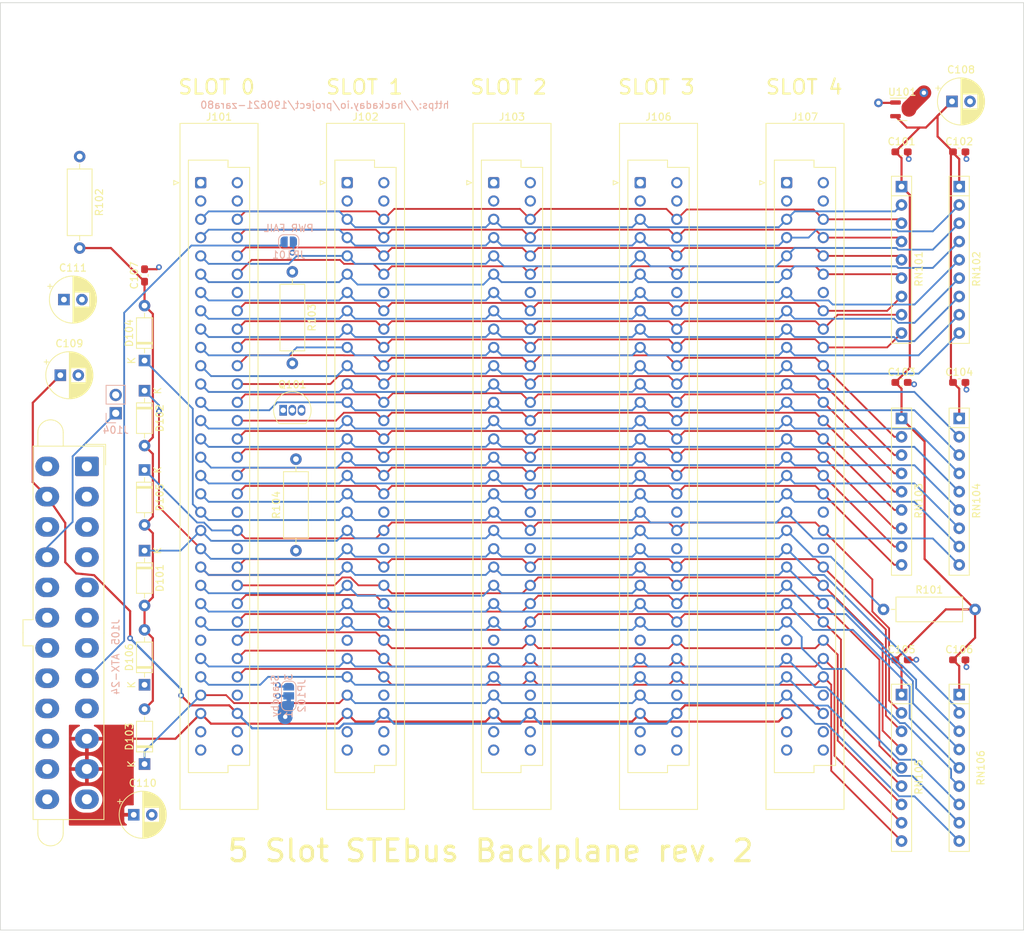
<source format=kicad_pcb>
(kicad_pcb (version 20211014) (generator pcbnew)
  (title_block (title "5 Slot STEbus Backplane") (rev "2") (company "notcows") (comment 1 "https://hackaday.io/project/190621-zara80"))
  (layers (0 "F.Cu" signal) (1 "In1.Cu" signal) (2 "In2.Cu" signal) (31 "B.Cu" signal) (34 "B.Paste" user) (35 "F.Paste" user) (36 "B.SilkS" user "B.Silkscreen") (37 "F.SilkS" user "F.Silkscreen") (38 "B.Mask" user) (39 "F.Mask" user) (44 "Edge.Cuts" user))
  (net 0 "")
  (net 1 "+2V8")
  (net 2 "GND")
  (net 3 "Net-(C107-Pad1)")
  (net 4 "-12V")
  (net 5 "+12V")
  (net 6 "+5V")
  (net 7 "/~{DATACK}")
  (net 8 "/~{TRFERR}")
  (net 9 "/SYSCLK")
  (net 10 "/~{ADRSTB}")
  (net 11 "/~{DATSTB}")
  (net 12 "/D0")
  (net 13 "/D2")
  (net 14 "/D4")
  (net 15 "/D6")
  (net 16 "/A0")
  (net 17 "/A2")
  (net 18 "/A4")
  (net 19 "/A6")
  (net 20 "/A8")
  (net 21 "/A10")
  (net 22 "/A12")
  (net 23 "/A14")
  (net 24 "/A16")
  (net 25 "/A18")
  (net 26 "/CM0")
  (net 27 "/CM2")
  (net 28 "/~{ATNRQ0}")
  (net 29 "/~{ATNRQ2}")
  (net 30 "/~{ATNRQ4}")
  (net 31 "/~{ATNRQ6}")
  (net 32 "/~{BUSEQ0}")
  (net 33 "/~{BUSAK0}")
  (net 34 "/D1")
  (net 35 "/D3")
  (net 36 "/D5")
  (net 37 "/D7")
  (net 38 "/A1")
  (net 39 "/A3")
  (net 40 "/A5")
  (net 41 "/A7")
  (net 42 "/A9")
  (net 43 "/A11")
  (net 44 "/A13")
  (net 45 "/A15")
  (net 46 "/A17")
  (net 47 "/A19")
  (net 48 "/CM1")
  (net 49 "/~{SYSRST}")
  (net 50 "/~{ATNRQ1}")
  (net 51 "/~{ATNRQ3}")
  (net 52 "/~{ATNRQ5}")
  (net 53 "/~{ATNRQ7}")
  (net 54 "/~{BUSRQ1}")
  (net 55 "/~{BUSAK1}")
  (net 56 "/VSTBY")
  (net 57 "Net-(J104-Pad1)")
  (net 59 "Net-(J105-Pad8)")
  (net 60 "Net-(J105-Pad9)")
  (net 62 "Net-(JP101-Pad2)")
  (net 63 "Net-(Q101-Pad2)")
  (footprint "Resistor_THT:R_Array_SIP9" (layer "F.Cu") (at 188 84 -90)
    (fp_text reference "RN103")
    (fp_text value "270R")
  )
  (footprint "Connector_DIN:DIN41612_C_2x32_Female_Vertical_THT" (layer "F.Cu") (at 151.75 51.28)
    (fp_text reference "J106")
    (fp_text value "DIN41612_02x32_AC")
  )
  (footprint "Capacitor_SMD:C_0603_1608Metric_Pad1.08x0.95mm_HandSolder" (layer "F.Cu") (at 188 79)
    (fp_text reference "C103")
    (fp_text value "100n")
  )
  (footprint "Capacitor_SMD:C_0603_1608Metric_Pad1.08x0.95mm_HandSolder" (layer "F.Cu") (at 196 79)
    (fp_text reference "C104")
    (fp_text value "100n")
  )
  (footprint "Capacitor_THT:CP_Radial_D6.3mm_P2.50mm" (layer "F.Cu") (at 71.317621 78)
    (fp_text reference "C109")
    (fp_text value "10u")
  )
  (footprint "Resistor_THT:R_Array_SIP9" (layer "F.Cu") (at 196 122.325 -90)
    (fp_text reference "RN106")
    (fp_text value "270R")
  )
  (footprint "Diode_THT:D_DO-35_SOD27_P7.62mm_Horizontal" (layer "F.Cu") (at 83 120.96 90)
    (fp_text reference "D106")
    (fp_text value "1N4148")
  )
  (footprint "Connector_DIN:DIN41612_C_2x32_Female_Vertical_THT" (layer "F.Cu") (at 131.43 51.28)
    (fp_text reference "J103")
    (fp_text value "DIN41612_02x32_AC")
  )
  (footprint "Capacitor_THT:CP_Radial_D6.3mm_P2.50mm" (layer "F.Cu") (at 195 40)
    (fp_text reference "C108")
    (fp_text value "10u")
  )
  (footprint "MountingHole:MountingHole_3.2mm_M3" (layer "F.Cu") (at 105.86 29.4)
    (fp_text reference "H107" hide)
    (fp_text value "MountingHole")
  )
  (footprint "Capacitor_SMD:C_0603_1608Metric_Pad1.08x0.95mm_HandSolder" (layer "F.Cu") (at 188 47)
    (fp_text reference "C101")
    (fp_text value "100n")
  )
  (footprint "Diode_THT:D_DO-35_SOD27_P7.62mm_Horizontal" (layer "F.Cu") (at 83 80.15 -90)
    (fp_text reference "D102")
    (fp_text value "SD103C")
  )
  (footprint "Diode_THT:D_DO-35_SOD27_P7.62mm_Horizontal" (layer "F.Cu") (at 83 75.96 90)
    (fp_text reference "D104")
    (fp_text value "SD103C")
  )
  (footprint "Diode_THT:D_DO-35_SOD27_P7.62mm_Horizontal" (layer "F.Cu") (at 83 131.96 90)
    (fp_text reference "D103")
    (fp_text value "SD103C")
  )
  (footprint "MountingHole:MountingHole_3.2mm_M3" (layer "F.Cu") (at 166.99 29.4)
    (fp_text reference "H109" hide)
    (fp_text value "MountingHole")
  )
  (footprint "Diode_THT:D_DO-35_SOD27_P7.62mm_Horizontal" (layer "F.Cu") (at 83 102.34 -90)
    (fp_text reference "D101")
    (fp_text value "SD103C")
  )
  (footprint "Resistor_THT:R_Axial_DIN0309_L9.0mm_D3.2mm_P12.70mm_Horizontal" (layer "F.Cu") (at 74 47.65 -90)
    (fp_text reference "R102")
    (fp_text value "220R")
  )
  (footprint "Resistor_THT:R_Axial_DIN0309_L9.0mm_D3.2mm_P12.70mm_Horizontal" (layer "F.Cu") (at 104 102.35 90)
    (fp_text reference "R104")
    (fp_text value "120R")
  )
  (footprint "MountingHole:MountingHole_3.2mm_M3" (layer "F.Cu") (at 131.43 151.9)
    (fp_text reference "H103" hide)
    (fp_text value "MountingHole")
  )
  (footprint "Resistor_THT:R_Axial_DIN0309_L9.0mm_D3.2mm_P12.70mm_Horizontal" (layer "F.Cu") (at 103.5 63.65 -90)
    (fp_text reference "R103")
    (fp_text value "1.2k")
  )
  (footprint "MountingHole:MountingHole_3.2mm_M3" (layer "F.Cu") (at 105.86 151.9)
    (fp_text reference "H102" hide)
    (fp_text value "MountingHole")
  )
  (footprint "Connector_DIN:DIN41612_C_2x32_Female_Vertical_THT" (layer "F.Cu") (at 111.11 51.28)
    (fp_text reference "J102")
    (fp_text value "DIN41612_02x32_AC")
  )
  (footprint "Package_TO_SOT_SMD:SOT-23" (layer "F.Cu") (at 188.1 41.1)
    (fp_text reference "U101")
    (fp_text value "RT9080")
  )
  (footprint "Diode_THT:D_DO-35_SOD27_P7.62mm_Horizontal" (layer "F.Cu") (at 83 91.15 -90)
    (fp_text reference "D105")
    (fp_text value "SD103C")
  )
  (footprint "Resistor_THT:R_Array_SIP9" (layer "F.Cu") (at 196 84 -90)
    (fp_text reference "RN104")
    (fp_text value "270R")
  )
  (footprint "MountingHole:MountingHole_3.2mm_M3" (layer "F.Cu") (at 131.43 29.4)
    (fp_text reference "H108" hide)
    (fp_text value "MountingHole")
  )
  (footprint "Connector_DIN:DIN41612_C_2x32_Female_Vertical_THT" (layer "F.Cu") (at 172.07 51.28)
    (fp_text reference "J107")
    (fp_text value "DIN41612_02x32_AC")
  )
  (footprint "Package_TO_SOT_THT:TO-92_Inline" (layer "F.Cu") (at 102.23 82.86)
    (fp_text reference "Q101")
    (fp_text value "2N3904")
  )
  (footprint "Resistor_THT:R_Array_SIP9" (layer "F.Cu") (at 188 51.825 -90)
    (fp_text reference "RN101")
    (fp_text value "270R")
  )
  (footprint "Capacitor_SMD:C_0603_1608Metric_Pad1.08x0.95mm_HandSolder" (layer "F.Cu") (at 196 47)
    (fp_text reference "C102")
    (fp_text value "100n")
  )
  (footprint "Capacitor_SMD:C_0603_1608Metric_Pad1.08x0.95mm_HandSolder" (layer "F.Cu") (at 196 117.5)
    (fp_text reference "C106")
    (fp_text value "100n")
  )
  (footprint "MountingHole:MountingHole_3.2mm_M3" (layer "F.Cu") (at 166.99 151.9)
    (fp_text reference "H104" hide)
    (fp_text value "MountingHole")
  )
  (footprint "MountingHole:MountingHole_3.2mm_M3" (layer "F.Cu") (at 197.47 29.4)
    (fp_text reference "H110" hide)
    (fp_text value "MountingHole")
  )
  (footprint "Capacitor_THT:CP_Radial_D6.3mm_P2.50mm" (layer "F.Cu") (at 81.5 139)
    (fp_text reference "C110")
    (fp_text value "10u")
  )
  (footprint "MountingHole:MountingHole_3.2mm_M3" (layer "F.Cu") (at 197.47 151.9)
    (fp_text reference "H105" hide)
    (fp_text value "MountingHole")
  )
  (footprint "Capacitor_THT:CP_Radial_D6.3mm_P2.50mm" (layer "F.Cu") (at 71.817621 67.5)
    (fp_text reference "C111")
    (fp_text value "10u")
  )
  (footprint "MountingHole:MountingHole_3.2mm_M3" (layer "F.Cu") (at 70.47 29.4)
    (fp_text reference "H106" hide)
    (fp_text value "MountingHole")
  )
  (footprint "Capacitor_SMD:C_0603_1608Metric_Pad1.08x0.95mm_HandSolder" (layer "F.Cu") (at 188 117.5)
    (fp_text reference "C105")
    (fp_text value "100n")
  )
  (footprint "Resistor_THT:R_Array_SIP9" (layer "F.Cu") (at 196 51.825 -90)
    (fp_text reference "RN102")
    (fp_text value "270R")
  )
  (footprint "Resistor_THT:R_Axial_DIN0309_L9.0mm_D3.2mm_P12.70mm_Horizontal" (layer "F.Cu") (at 185.5 110.5)
    (fp_text reference "R101")
    (fp_text value "270R")
  )
  (footprint "Resistor_THT:R_Array_SIP9" (layer "F.Cu") (at 188 122.325 -90)
    (fp_text reference "RN105")
    (fp_text value "270R")
  )
  (footprint "MountingHole:MountingHole_3.2mm_M3" (layer "F.Cu") (at 70.47 151.9)
    (fp_text reference "H101" hide)
    (fp_text value "MountingHole")
  )
  (footprint "Connector_Molex:Molex_Mini-Fit_Jr_5566-24A2_2x12_P4.20mm_Vertical" (layer "F.Cu") (at 75 90.65 -90)
    (fp_text reference "J105")
    (fp_text value "ATX-24")
  )
  (footprint "Connector_DIN:DIN41612_C_2x32_Female_Vertical_THT" (layer "F.Cu") (at 90.79 51.28)
    (fp_text reference "J101")
    (fp_text value "DIN41612_02x32_AC")
  )
  (footprint "Capacitor_SMD:C_0603_1608Metric_Pad1.08x0.95mm_HandSolder" (layer "F.Cu") (at 83 64.15 90)
    (fp_text reference "C107")
    (fp_text value "100n")
  )
  (footprint "Connector_PinHeader_2.54mm:PinHeader_1x02_P2.54mm_Vertical" (layer "B.Cu") (at 79 83.275)
    (fp_text reference "J104")
    (fp_text value "Soft PWR")
  )
  (footprint "Jumper:SolderJumper-2_P1.3mm_Open_RoundedPad1.0x1.5mm" (layer "B.Cu") (at 103 59.5)
    (fp_text reference "JP101")
    (fp_text value "PWR FAIL")
  )
  (footprint "Jumper:SolderJumper-3_P1.3mm_Bridged12_RoundedPad1.0x1.5mm_NumberLabels" (layer "B.Cu") (at 103 122.5 90)
    (fp_text reference "JP102")
    (fp_text value "Standby")
  )
  (gr_poly locked (pts (xy 63 155) (xy 63 26.3) (xy 204.94 26.3) (xy 204.94 155)) (layer "Edge.Cuts") (width 0.1) (fill none))
  (gr_text "${COMMENT1}" (at 108 40.5) (layer "B.SilkS") (effects (font (size 1 1)) (justify mirror)))
  (gr_text "${TITLE} rev. ${REVISION}" (at 131 144) (layer "F.SilkS") (effects (font (size 3 3) (thickness 0.45))))
  (gr_text "SLOT 4" (at 174.5 38) (layer "F.SilkS") (effects (font (size 2 2) (thickness 0.3))))
  (gr_text "SLOT 1" (at 113.5 38) (layer "F.SilkS") (effects (font (size 2 2) (thickness 0.3))))
  (gr_text "SLOT 3" (at 154 38) (layer "F.SilkS") (effects (font (size 2 2) (thickness 0.3))))
  (gr_text "SLOT 0" (at 93 38) (layer "F.SilkS") (effects (font (size 2 2) (thickness 0.3))))
  (gr_text "SLOT 2" (at 133.5 38) (layer "F.SilkS") (effects (font (size 2 2) (thickness 0.3))))
  (segment (start 187.1625 42.05) (end 188.737011 43.624511) (width 0.3) (layer "F.Cu") (net 1))
  (segment (start 189.149511 52.974511) (end 189.149511 76.987989) (width 0.3) (layer "F.Cu") (net 1))
  (segment (start 193 42) (end 193 44.8625) (width 0.3) (layer "F.Cu") (net 1))
  (segment (start 194.850489 47.287011) (end 194.850489 78.712989) (width 0.3) (layer "F.Cu") (net 1))
  (segment (start 188 118.3625) (end 188 122.325) (width 0.3) (layer "F.Cu") (net 1))
  (segment (start 198.2 110.5) (end 198.2 114.4375) (width 0.3) (layer "F.Cu") (net 1))
  (segment (start 196 48) (end 196 51.825) (width 0.3) (layer "F.Cu") (net 1))
  (segment (start 191.375489 43.624511) (end 193.15 41.85) (width 0.3) (layer "F.Cu") (net 1))
  (segment (start 188.737011 43.624511) (end 190.512989 43.624511) (width 0.3) (layer "F.Cu") (net 1))
  (segment (start 198.2 114.4375) (end 195.1375 117.5) (width 0.3) (layer "F.Cu") (net 1))
  (segment (start 193 44.8625) (end 195.1375 47) (width 0.3) (layer "F.Cu") (net 1))
  (segment (start 187.1375 47) (end 190.512989 43.624511) (width 0.3) (layer "F.Cu") (net 1))
  (segment (start 191.2 87.2) (end 188 84) (width 0.3) (layer "F.Cu") (net 1))
  (segment (start 187.1375 47) (end 188 47.8625) (width 0.3) (layer "F.Cu") (net 1))
  (segment (start 187.1375 117.5) (end 188 118.3625) (width 0.3) (layer "F.Cu") (net 1))
  (segment (start 188 47.8625) (end 188 51.825) (width 0.3) (layer "F.Cu") (net 1))
  (segment (start 188 79.8625) (end 188 84) (width 0.3) (layer "F.Cu") (net 1))
  (segment (start 196 118.3625) (end 196 122.325) (width 0.3) (layer "F.Cu") (net 1))
  (segment (start 190.512989 43.624511) (end 191.375489 43.624511) (width 0.3) (layer "F.Cu") (net 1))
  (segment (start 193 42) (end 193.15 41.85) (width 0.3) (layer "F.Cu") (net 1))
  (segment (start 188 51.825) (end 189.149511 52.974511) (width 0.3) (layer "F.Cu") (net 1))
  (segment (start 192.95 42.05) (end 193.3 41.7) (width 0.3) (layer "F.Cu") (net 1))
  (segment (start 191.2 103.5) (end 191.2 87.2) (width 0.3) (layer "F.Cu") (net 1))
  (segment (start 194.1375 110.5) (end 198.2 110.5) (width 0.3) (layer "F.Cu") (net 1))
  (segment (start 198.2 110.5) (end 191.2 103.5) (width 0.3) (layer "F.Cu") (net 1))
  (segment (start 195.1375 117.5) (end 196 118.3625) (width 0.3) (layer "F.Cu") (net 1))
  (segment (start 196 79.8625) (end 196 84) (width 0.3) (layer "F.Cu") (net 1))
  (segment (start 195.1375 79) (end 196 79.8625) (width 0.3) (layer "F.Cu") (net 1))
  (segment (start 187.1375 79) (end 188 79.8625) (width 0.3) (layer "F.Cu") (net 1))
  (segment (start 189.149511 76.987989) (end 187.1375 79) (width 0.3) (layer "F.Cu") (net 1))
  (segment (start 195 47) (end 196 48) (width 0.3) (layer "F.Cu") (net 1))
  (segment (start 187.1375 117.5) (end 194.1375 110.5) (width 0.3) (layer "F.Cu") (net 1))
  (segment (start 193.15 41.85) (end 193.3 41.7) (width 0.3) (layer "F.Cu") (net 1))
  (segment (start 193.3 41.7) (end 195 40) (width 0.3) (layer "F.Cu") (net 1))
  (segment (start 188.8625 47.8625) (end 189 48) (width 0.3) (layer "F.Cu") (net 2))
  (segment (start 196.8625 47.8625) (end 197 48) (width 0.3) (layer "F.Cu") (net 2))
  (segment (start 196.8625 47) (end 196.8625 47.8625) (width 0.3) (layer "F.Cu") (net 2))
  (segment (start 196.8625 79) (end 196.8625 79.8625) (width 0.3) (layer "F.Cu") (net 2))
  (segment (start 84.7125 63.2875) (end 85 63) (width 0.3) (layer "F.Cu") (net 2))
  (segment (start 187.1125 40.2) (end 187.1625 40.15) (width 0.3) (layer "F.Cu") (net 2))
  (segment (start 184.8 40.2) (end 187.1125 40.2) (width 0.3) (layer "F.Cu") (net 2))
  (segment (start 83 63.2875) (end 84.7125 63.2875) (width 0.3) (layer "F.Cu") (net 2))
  (segment (start 189.120201 79.257701) (end 189.742299 79.257701) (width 0.3) (layer "F.Cu") (net 2))
  (segment (start 196.8625 117.5) (end 196.8625 118.3625) (width 0.3) (layer "F.Cu") (net 2))
  (segment (start 188.8625 47) (end 188.8625 47.8625) (width 0.3) (layer "F.Cu") (net 2))
  (segment (start 188.8625 117.5) (end 190.029776 117.5) (width 0.3) (layer "F.Cu") (net 2))
  (segment (start 196.8625 118.3625) (end 197 118.5) (width 0.3) (layer "F.Cu") (net 2))
  (segment (start 196.8625 79.8625) (end 197 80) (width 0.3) (layer "F.Cu") (net 2))
  (segment (start 190.029776 117.5) (end 190.049659 117.480117) (width 0.3) (layer "F.Cu") (net 2))
  (via (at 189.742299 79.257701) (size 0.8) (drill 0.4) (layers "F.Cu" "B.Cu") (net 2))
  (via (at 197 48) (size 0.8) (drill 0.4) (layers "F.Cu" "B.Cu") (net 2))
  (via (at 190.049659 117.480117) (size 0.8) (drill 0.4) (layers "F.Cu" "B.Cu") (net 2))
  (via (at 189 48) (size 0.8) (drill 0.4) (layers "F.Cu" "B.Cu") (net 2))
  (via (at 197 80) (size 0.8) (drill 0.4) (layers "F.Cu" "B.Cu") (net 2))
  (via (at 85 63) (size 0.8) (drill 0.4) (layers "F.Cu" "B.Cu") (net 2))
  (via (at 184.8 40.2) (size 1.2) (drill 0.6) (layers "F.Cu" "B.Cu") (net 2))
  (via (at 197 118.5) (size 0.8) (drill 0.4) (layers "F.Cu" "B.Cu") (net 2))
  (segment (start 84.149511 108.810489) (end 84.149511 99.919511) (width 0.3) (layer "F.Cu") (net 3))
  (segment (start 84.149511 86.620489) (end 84.149511 69.489511) (width 0.3) (layer "F.Cu") (net 3))
  (segment (start 84.149511 88.919511) (end 83 87.77) (width 0.3) (layer "F.Cu") (net 3))
  (segment (start 84.149511 123.190489) (end 84.149511 114.489511) (width 0.3) (layer "F.Cu") (net 3))
  (segment (start 83 124.34) (end 84.149511 123.190489) (width 0.3) (layer "F.Cu") (net 3))
  (segment (start 83 68.34) (end 83 65.0125) (width 0.3) (layer "F.Cu") (net 3))
  (segment (start 84.149511 114.489511) (end 83 113.34) (width 0.3) (layer "F.Cu") (net 3))
  (segment (start 84.149511 69.489511) (end 83 68.34) (width 0.3) (layer "F.Cu") (net 3))
  (segment (start 83 98.77) (end 84.149511 97.620489) (width 0.3) (layer "F.Cu") (net 3))
  (segment (start 83 87.77) (end 84.149511 86.620489) (width 0.3) (layer "F.Cu") (net 3))
  (segment (start 83 113.34) (end 83 109.96) (width 0.3) (layer "F.Cu") (net 3))
  (segment (start 83 109.96) (end 84.149511 108.810489) (width 0.3) (layer "F.Cu") (net 3))
  (segment (start 84.149511 99.919511) (end 83 98.77) (width 0.3) (layer "F.Cu") (net 3))
  (segment (start 78.3375 60.35) (end 83 65.0125) (width 0.3) (layer "F.Cu") (net 3))
  (segment (start 74 60.35) (end 78.3375 60.35) (width 0.3) (layer "F.Cu") (net 3))
  (segment (start 84.149511 97.620489) (end 84.149511 88.919511) (width 0.3) (layer "F.Cu") (net 3))
  (segment (start 156.83 124.94) (end 157.954511 123.815489) (width 0.3) (layer "F.Cu") (net 4))
  (segment (start 176.025489 123.815489) (end 177.15 124.94) (width 0.3) (layer "F.Cu") (net 4))
  (segment (start 89.448069 123.815489) (end 88.073569 122.440989) (width 0.3) (layer "F.Cu") (net 4))
  (segment (start 72 103.953964) (end 73.5 105.5) (width 0.3) (layer "F.Cu") (net 4))
  (segment (start 67.50048 81.817141) (end 71.317621 78) (width 0.3) (layer "F.Cu") (net 4))
  (segment (start 76.003964 105.75048) (end 81 110.746516) (width 0.3) (layer "F.Cu") (net 4))
  (segment (start 69.5 94.85) (end 67.50048 92.85048) (width 0.3) (layer "F.Cu") (net 4))
  (segment (start 95.87 124.94) (end 94.745489 123.815489) (width 0.3) (layer "F.Cu") (net 4))
  (segment (start 69.5 94.85) (end 72 98.5) (width 0.3) (layer "F.Cu") (net 4))
  (segment (start 81 110.746516) (end 81 114.5) (width 0.3) (layer "F.Cu") (net 4))
  (segment (start 72 98.5) (end 72 103.953964) (width 0.3) (layer "F.Cu") (net 4))
  (segment (start 94.745489 123.815489) (end 89.448069 123.815489) (width 0.3) (layer "F.Cu") (net 4))
  (segment (start 73.5 105.5) (end 76.003964 105.75048) (width 0.3) (layer "F.Cu") (net 4))
  (segment (start 157.954511 123.815489) (end 176.025489 123.815489) (width 0.3) (layer "F.Cu") (net 4))
  (segment (start 67.50048 92.85048) (end 67.50048 81.817141) (width 0.3) (layer "F.Cu") (net 4))
  (via (at 81 114.5) (size 0.8) (drill 0.4) (layers "F.Cu" "B.Cu") (net 4))
  (via (at 88.073569 122.440989) (size 0.8) (drill 0.4) (layers "F.Cu" "B.Cu") (net 4))
  (segment (start 135.094511 126.355489) (end 136.51 124.94) (width 0.3) (layer "B.Cu") (net 4))
  (segment (start 136.51 124.94) (end 137.925489 126.355489) (width 0.3) (layer "B.Cu") (net 4))
  (segment (start 116.19 124.94) (end 117.605489 126.355489) (width 0.3) (layer "B.Cu") (net 4))
  (segment (start 117.605489 126.355489) (end 135.094511 126.355489) (width 0.3) (layer "B.Cu") (net 4))
  (segment (start 110.644211 126.355489) (end 114.774511 126.355489) (width 0.3) (layer "B.Cu") (net 4))
  (segment (start 137.925489 126.355489) (end 155.414511 126.355489) (width 0.3) (layer "B.Cu") (net 4))
  (segment (start 155.414511 126.355489) (end 156.83 124.94) (width 0.3) (layer "B.Cu") (net 4))
  (segment (start 95.87 124.94) (end 97.93 127) (width 0.3) (layer "B.Cu") (net 4))
  (segment (start 97.93 127) (end 109.9997 127) (width 0.3) (layer "B.Cu") (net 4))
  (segment (start 109.9997 127) (end 110.644211 126.355489) (width 0.3) (layer "B.Cu") (net 4))
  (segment (start 88.073569 121.573569) (end 88.073569 122.440989) (width 0.3) (layer "B.Cu") (net 4))
  (segment (start 114.774511 126.355489) (end 116.19 124.94) (width 0.3) (layer "B.Cu") (net 4))
  (segment (start 81 114.5) (end 88.073569 121.573569) (width 0.3) (layer "B.Cu") (net 4))
  (segment (start 152.874511 126.064511) (end 170.945489 126.064511) (width 0.3) (layer "F.Cu") (net 5))
  (segment (start 130.305489 126.064511) (end 131.43 124.94) (width 0.3) (layer "F.Cu") (net 5))
  (segment (start 111.11 124.94) (end 112.234511 126.064511) (width 0.3) (layer "F.Cu") (net 5))
  (segment (start 109.694511 126.355489) (end 111.11 124.94) (width 0.3) (layer "F.Cu") (net 5))
  (segment (start 132.554511 126.064511) (end 150.625489 126.064511) (width 0.3) (layer "F.Cu") (net 5))
  (segment (start 75 128.45) (end 87.28 128.45) (width 0.3) (layer "F.Cu") (net 5))
  (segment (start 90.79 124.94) (end 92.205489 126.355489) (width 0.3) (layer "F.Cu") (net 5))
  (segment (start 87.28 128.45) (end 90.79 124.94) (width 0.3) (layer "F.Cu") (net 5))
  (segment (start 92.205489 126.355489) (end 109.694511 126.355489) (width 0.3) (layer "F.Cu") (net 5))
  (segment (start 150.625489 126.064511) (end 151.75 124.94) (width 0.3) (layer "F.Cu") (net 5))
  (segment (start 151.75 124.94) (end 152.874511 126.064511) (width 0.3) (layer "F.Cu") (net 5))
  (segment (start 131.43 124.94) (end 132.554511 126.064511) (width 0.3) (layer "F.Cu") (net 5))
  (segment (start 112.234511 126.064511) (end 130.305489 126.064511) (width 0.3) (layer "F.Cu") (net 5))
  (segment (start 170.945489 126.064511) (end 172.07 124.94) (width 0.3) (layer "F.Cu") (net 5))
  (segment (start 189.0375 40.8625) (end 191.1 38.8) (width 2.05) (layer "F.Cu") (net 6))
  (segment (start 189.0375 41.1) (end 189.0375 40.8625) (width 2.05) (layer "F.Cu") (net 6))
  (via (at 102.51364 125.405989) (size 1.2) (drill 0.6) (layers "F.Cu" "B.Cu") (net 6))
  (via (at 191.1 38.8) (size 1.2) (drill 0.6) (layers "F.Cu" "B.Cu") (net 6))
  (segment (start 102.51364 124.28636) (end 102.51364 125.405989) (width 2.05) (layer "B.Cu") (net 6))
  (segment (start 102.575489 124.224511) (end 102.51364 124.28636) (width 2.05) (layer "B.Cu") (net 6))
  (segment (start 131.43 99.54) (end 132.529511 100.639511) (width 0.25) (layer "B.Cu") (net 7))
  (segment (start 178.179511 103.179511) (end 175.709511 103.179511) (width 0.25) (layer "B.Cu") (net 7))
  (segment (start 130.330489 100.639511) (end 131.43 99.54) (width 0.25) (layer "B.Cu") (net 7))
  (segment (start 152.849511 100.639511) (end 170.970489 100.639511) (width 0.25) (layer "B.Cu") (net 7))
  (segment (start 112.209511 100.639511) (end 130.330489 100.639511) (width 0.25) (layer "B.Cu") (net 7))
  (segment (start 87.99 102.34) (end 90.79 99.54) (width 0.25) (layer "B.Cu") (net 7))
  (segment (start 111.11 99.54) (end 112.209511 100.639511) (width 0.25) (layer "B.Cu") (net 7))
  (segment (start 185.5 110.5) (end 178.179511 103.179511) (width 0.25) (layer "B.Cu") (net 7))
  (segment (start 175.709511 103.179511) (end 172.07 99.54) (width 0.25) (layer "B.Cu") (net 7))
  (segment (start 151.75 99.54) (end 152.849511 100.639511) (width 0.25) (layer "B.Cu") (net 7))
  (segment (start 132.529511 100.639511) (end 150.650489 100.639511) (width 0.25) (layer "B.Cu") (net 7))
  (segment (start 90.79 99.54) (end 92.230489 100.980489) (width 0.25) (layer "B.Cu") (net 7))
  (segment (start 170.970489 100.639511) (end 172.07 99.54) (width 0.25) (layer "B.Cu") (net 7))
  (segment (start 92.230489 100.980489) (end 109.669511 100.980489) (width 0.25) (layer "B.Cu") (net 7))
  (segment (start 83 102.34) (end 87.99 102.34) (width 0.25) (layer "B.Cu") (net 7))
  (segment (start 150.650489 100.639511) (end 151.75 99.54) (width 0.25) (layer "B.Cu") (net 7))
  (segment (start 109.669511 100.980489) (end 111.11 99.54) (width 0.25) (layer "B.Cu") (net 7))
  (segment (start 90.79 102.08) (end 85 96.29) (width 0.25) (layer "F.Cu") (net 8))
  (segment (start 85 96.29) (end 85 83) (width 0.25) (layer "F.Cu") (net 8))
  (via (at 85 83) (size 0.8) (drill 0.4) (layers "F.Cu" "B.Cu") (net 8))
  (segment (start 109.715489 103.474511) (end 111.11 102.08) (width 0.25) (layer "B.Cu") (net 8))
  (segment (start 172.07 102.08) (end 175.709511 105.719511) (width 0.25) (layer "B.Cu") (net 8))
  (segment (start 130.330489 103.179511) (end 131.43 102.08) (width 0.25) (layer "B.Cu") (net 8))
  (segment (start 150.650489 103.179511) (end 151.75 102.08) (width 0.25) (layer "B.Cu") (net 8))
  (segment (start 131.43 102.08) (end 132.529511 103.179511) (width 0.25) (layer "B.Cu") (net 8))
  (segment (start 175.709511 105.719511) (end 177.264455 105.719511) (width 0.25) (layer "B.Cu") (net 8))
  (segment (start 92.184511 103.474511) (end 109.715489 103.474511) (width 0.25) (layer "B.Cu") (net 8))
  (segment (start 132.529511 103.179511) (end 150.650489 103.179511) (width 0.25) (layer "B.Cu") (net 8))
  (segment (start 151.75 102.08) (end 152.849511 103.179511) (width 0.25) (layer "B.Cu") (net 8))
  (segment (start 170.970489 103.179511) (end 172.07 102.08) (width 0.25) (layer "B.Cu") (net 8))
  (segment (start 152.849511 103.179511) (end 170.970489 103.179511) (width 0.25) (layer "B.Cu") (net 8))
  (segment (start 85 82.15) (end 83 80.15) (width 0.25) (layer "B.Cu") (net 8))
  (segment (start 177.264455 105.719511) (end 196 124.455056) (width 0.25) (layer "B.Cu") (net 8))
  (segment (start 112.209511 103.179511) (end 130.330489 103.179511) (width 0.25) (layer "B.Cu") (net 8))
  (segment (start 90.79 102.08) (end 92.184511 103.474511) (width 0.25) (layer "B.Cu") (net 8))
  (segment (start 85 83) (end 85 82.15) (width 0.25) (layer "B.Cu") (net 8))
  (segment (start 111.11 102.08) (end 112.209511 103.179511) (width 0.25) (layer "B.Cu") (net 8))
  (segment (start 95.414567 123.499511) (end 110.010489 123.499511) (width 0.25) (layer "F.Cu") (net 9))
  (segment (start 90.79 122.4) (end 94.315056 122.4) (width 0.25) (layer "F.Cu") (net 9))
  (segment (start 94.315056 122.4) (end 95.414567 123.499511) (width 0.25) (layer "F.Cu") (net 9))
  (segment (start 110.010489 123.499511) (end 111.11 122.4) (width 0.25) (layer "F.Cu") (net 9))
  (segment (start 187.665433 136.440489) (end 189.795489 136.440489) (width 0.25) (layer "B.Cu") (net 9))
  (segment (start 112.209511 123.499511) (end 130.330489 123.499511) (width 0.25) (layer "B.Cu") (net 9))
  (segment (start 83 131.96) (end 83 130.19) (width 0.25) (layer "B.Cu") (net 9))
  (segment (start 176.050489 126.380489) (end 177.605433 126.380489) (width 0.25) (layer "B.Cu") (net 9))
  (segment (start 151.75 122.4) (end 152.849511 123.499511) (width 0.25) (layer "B.Cu") (net 9))
  (segment (start 170.970489 123.499511) (end 172.07 122.4) (width 0.25) (layer "B.Cu") (net 9))
  (segment (start 150.650489 123.499511) (end 151.75 122.4) (width 0.25) (layer "B.Cu") (net 9))
  (segment (start 172.07 122.4) (end 176.050489 126.380489) (width 0.25) (layer "B.Cu") (net 9))
  (segment (start 83 130.19) (end 90.79 122.4) (width 0.25) (layer "B.Cu") (net 9))
  (segment (start 132.529511 123.499511) (end 150.650489 123.499511) (width 0.25) (layer "B.Cu") (net 9))
  (segment (start 111.11 122.4) (end 112.209511 123.499511) (width 0.25) (layer "B.Cu") (net 9))
  (segment (start 130.330489 123.499511) (end 131.43 122.4) (width 0.25) (layer "B.Cu") (net 9))
  (segment (start 152.849511 123.499511) (end 170.970489 123.499511) (width 0.25) (layer "B.Cu") (net 9))
  (segment (start 177.605433 126.380489) (end 187.665433 136.440489) (width 0.25) (layer "B.Cu") (net 9))
  (segment (start 131.43 122.4) (end 132.529511 123.499511) (width 0.25) (layer "B.Cu") (net 9))
  (segment (start 189.795489 136.440489) (end 196 142.645) (width 0.25) (layer "B.Cu") (net 9))
  (segment (start 110.010489 98.099511) (end 111.11 97) (width 0.25) (layer "B.Cu") (net 10))
  (segment (start 170.629511 98.440489) (end 172.07 97) (width 0.25) (layer "B.Cu") (net 10))
  (segment (start 89.690489 95.900489) (end 89.690489 82.650489) (width 0.25) (layer "B.Cu") (net 10))
  (segment (start 111.11 97) (end 112.209511 98.099511) (width 0.25) (layer "B.Cu") (net 10))
  (segment (start 151.75 97) (end 153.190489 98.440489) (width 0.25) (layer "B.Cu") (net 10))
  (segment (start 90.79 97) (end 89.690489 95.900489) (width 0.25) (layer "B.Cu") (net 10))
  (segment (start 131.43 97) (end 132.529511 98.099511) (width 0.25) (layer "B.Cu") (net 10))
  (segment (start 150.650489 98.099511) (end 151.75 97) (width 0.25) (layer "B.Cu") (net 10))
  (segment (start 172.07 97) (end 175.725489 100.655489) (width 0.25) (layer "B.Cu") (net 10))
  (segment (start 130.330489 98.099511) (end 131.43 97) (width 0.25) (layer "B.Cu") (net 10))
  (segment (start 175.725489 100.655489) (end 192.335489 100.655489) (width 0.25) (layer "B.Cu") (net 10))
  (segment (start 89.690489 82.650489) (end 83 75.96) (width 0.25) (layer "B.Cu") (net 10))
  (segment (start 132.529511 98.099511) (end 150.650489 98.099511) (width 0.25) (layer "B.Cu") (net 10))
  (segment (start 153.190489 98.440489) (end 170.629511 98.440489) (width 0.25) (layer "B.Cu") (net 10))
  (segment (start 91.889511 98.099511) (end 110.010489 98.099511) (width 0.25) (layer "B.Cu") (net 10))
  (segment (start 112.209511 98.099511) (end 130.330489 98.099511) (width 0.25) (layer "B.Cu") (net 10))
  (segment (start 192.335489 100.655489) (end 196 104.32) (width 0.25) (layer "B.Cu") (net 10))
  (segment (start 90.79 97) (end 91.889511 98.099511) (width 0.25) (layer "B.Cu") (net 10))
  (segment (start 115.090489 100.639511) (end 116.19 99.54) (width 0.25) (layer "F.Cu") (net 11))
  (segment (start 136.51 99.54) (end 137.609511 98.440489) (width 0.25) (layer "F.Cu") (net 11))
  (segment (start 117.289511 98.440489) (end 135.410489 98.440489) (width 0.25) (layer "F.Cu") (net 11))
  (segment (start 186.27548 123.14048) (end 186.275479 113.109775) (width 0.25) (layer "F.Cu") (net 11))
  (segment (start 186.275479 113.109775) (end 183.94951 110.783806) (width 0.25) (layer "F.Cu") (net 11))
  (segment (start 95.87 99.54) (end 96.969511 100.639511) (width 0.25) (layer "F.Cu") (net 11))
  (segment (start 183.94951 106.33951) (end 177.15 99.54) (width 0.25) (layer "F.Cu") (net 11))
  (segment (start 176.050489 98.440489) (end 177.15 99.54) (width 0.25) (layer "F.Cu") (net 11))
  (segment (start 137.609511 98.440489) (end 155.730489 98.440489) (width 0.25) (layer "F.Cu") (net 11))
  (segment (start 188 124.865) (end 186.27548 123.14048) (width 0.25) (layer "F.Cu") (net 11))
  (segment (start 183.94951 110.783806) (end 183.94951 106.33951) (width 0.25) (layer "F.Cu") (net 11))
  (segment (start 116.19 99.54) (end 117.289511 98.440489) (width 0.25) (layer "F.Cu") (net 11))
  (segment (start 157.929511 98.440489) (end 176.050489 98.440489) (width 0.25) (layer "F.Cu") (net 11))
  (segment (start 135.410489 98.440489) (end 136.51 99.54) (width 0.25) (layer "F.Cu") (net 11))
  (segment (start 156.83 99.54) (end 157.929511 98.440489) (width 0.25) (layer "F.Cu") (net 11))
  (segment (start 96.969511 100.639511) (end 115.090489 100.639511) (width 0.25) (layer "F.Cu") (net 11))
  (segment (start 155.730489 98.440489) (end 156.83 99.54) (width 0.25) (layer "F.Cu") (net 11))
  (segment (start 91.245433 98.440489) (end 90.290489 98.440489) (width 0.25) (layer "B.Cu") (net 11))
  (segment (start 90.290489 98.440489) (end 83 91.15) (width 0.25) (layer "B.Cu") (net 11))
  (segment (start 92.344944 99.54) (end 91.245433 98.440489) (width 0.25) (layer "B.Cu") (net 11))
  (segment (start 95.87 99.54) (end 92.344944 99.54) (width 0.25) (layer "B.Cu") (net 11))
  (segment (start 110.010489 55.260489) (end 111.11 56.36) (width 0.25) (layer "B.Cu") (net 12))
  (segment (start 187.104511 55.260489) (end 188 54.365) (width 0.25) (layer "B.Cu") (net 12))
  (segment (start 150.650489 57.459511) (end 151.75 56.36) (width 0.25) (layer "B.Cu") (net 12))
  (segment (start 152.849511 57.459511) (end 170.970489 57.459511) (width 0.25) (layer "B.Cu") (net 12))
  (segment (start 172.07 56.36) (end 173.169511 55.260489) (width 0.25) (layer "B.Cu") (net 12))
  (segment (start 151.75 56.36) (end 152.849511 57.459511) (width 0.25) (layer "B.Cu") (net 12))
  (segment (start 173.169511 55.260489) (end 187.104511 55.260489) (width 0.25) (layer "B.Cu") (net 12))
  (segment (start 170.970489 57.459511) (end 172.07 56.36) (width 0.25) (layer "B.Cu") (net 12))
  (segment (start 111.11 56.36) (end 112.209511 57.459511) (width 0.25) (layer "B.Cu") (net 12))
  (segment (start 130.330489 57.459511) (end 131.43 56.36) (width 0.25) (layer "B.Cu") (net 12))
  (segment (start 131.43 56.36) (end 132.529511 57.459511) (width 0.25) (layer "B.Cu") (net 12))
  (segment (start 90.79 56.36) (end 91.889511 55.260489) (width 0.25) (layer "B.Cu") (net 12))
  (segment (start 132.529511 57.459511) (end 150.650489 57.459511) (width 0.25) (layer "B.Cu") (net 12))
  (segment (start 91.889511 55.260489) (end 110.010489 55.260489) (width 0.25) (layer "B.Cu") (net 12))
  (segment (start 112.209511 57.459511) (end 130.330489 57.459511) (width 0.25) (layer "B.Cu") (net 12))
  (segment (start 150.650489 59.999511) (end 151.75 58.9) (width 0.25) (layer "B.Cu") (net 13))
  (segment (start 172.07 58.9) (end 175.1 58.9) (width 0.25) (layer "B.Cu") (net 13))
  (segment (start 175.1 58.9) (end 176.199511 57.800489) (width 0.25) (layer "B.Cu") (net 13))
  (segment (start 131.43 58.9) (end 132.529511 59.999511) (width 0.25) (layer "B.Cu") (net 13))
  (segment (start 176.199511 57.800489) (end 187.305189 57.800489) (width 0.25) (layer "B.Cu") (net 13))
  (segment (start 187.305189 57.800489) (end 187.534211 58.029511) (width 0.25) (layer "B.Cu") (net 13))
  (segment (start 112.209511 59.999511) (end 130.330489 59.999511) (width 0.25) (layer "B.Cu") (net 13))
  (segment (start 187.534211 58.029511) (end 192.335489 58.029511) (width 0.25) (layer "B.Cu") (net 13))
  (segment (start 170.970489 59.999511) (end 172.07 58.9) (width 0.25) (layer "B.Cu") (net 13))
  (segment (start 90.79 58.9) (end 91.889511 57.800489) (width 0.25) (layer "B.Cu") (net 13))
  (segment (start 132.529511 59.999511) (end 150.650489 59.999511) (width 0.25) (layer "B.Cu") (net 13))
  (segment (start 151.75 58.9) (end 152.849511 59.999511) (width 0.25) (layer "B.Cu") (net 13))
  (segment (start 111.11 58.9) (end 112.209511 59.999511) (width 0.25) (layer "B.Cu") (net 13))
  (segment (start 130.330489 59.999511) (end 131.43 58.9) (width 0.25) (layer "B.Cu") (net 13))
  (segment (start 192.335489 58.029511) (end 196 54.365) (width 0.25) (layer "B.Cu") (net 13))
  (segment (start 91.889511 57.800489) (end 110.010489 57.800489) (width 0.25) (layer "B.Cu") (net 13))
  (segment (start 110.010489 57.800489) (end 111.11 58.9) (width 0.25) (layer "B.Cu") (net 13))
  (segment (start 152.849511 59.999511) (end 170.970489 59.999511) (width 0.25) (layer "B.Cu") (net 13))
  (segment (start 111.11 61.44) (end 112.209511 62.539511) (width 0.25) (layer "B.Cu") (net 14))
  (segment (start 150.309511 62.880489) (end 151.75 61.44) (width 0.25) (layer "B.Cu") (net 14))
  (segment (start 173.169511 60.340489) (end 187.305189 60.340489) (width 0.25) (layer "B.Cu") (net 14))
  (segment (start 187.534211 60.569511) (end 192.335489 60.569511) (width 0.25) (layer "B.Cu") (net 14))
  (segment (start 103.020189 62.539511) (end 104.1197 61.44) (width 0.25) (layer "B.Cu") (net 14))
  (segment (start 132.870489 62.880489) (end 150.309511 62.880489) (width 0.25) (layer "B.Cu") (net 14))
  (segment (start 112.209511 62.539511) (end 130.330489 62.539511) (width 0.25) (layer "B.Cu") (net 14))
  (segment (start 172.07 61.44) (end 173.169511 60.340489) (width 0.25) (layer "B.Cu") (net 14))
  (segment (start 90.79 61.44) (end 91.889511 62.539511) (width 0.25) (layer "B.Cu") (net 14))
  (segment (start 131.43 61.44) (end 132.870489 62.880489) (width 0.25) (layer "B.Cu") (net 14))
  (segment (start 192.335489 60.569511) (end 196 56.905) (width 0.25) (layer "B.Cu") (net 14))
  (segment (start 151.75 61.44) (end 153.190489 62.880489) (width 0.25) (layer "B.Cu") (net 14))
  (segment (start 187.305189 60.340489) (end 187.534211 60.569511) (width 0.25) (layer "B.Cu") (net 14))
  (segment (start 170.629511 62.880489) (end 172.07 61.44) (width 0.25) (layer "B.Cu") (net 14))
  (segment (start 153.190489 62.880489) (end 170.629511 62.880489) (width 0.25) (layer "B.Cu") (net 14))
  (segment (start 130.330489 62.539511) (end 131.43 61.44) (width 0.25) (layer "B.Cu") (net 14))
  (segment (start 104.1197 61.44) (end 111.11 61.44) (width 0.25) (layer "B.Cu") (net 14))
  (segment (start 91.889511 62.539511) (end 103.020189 62.539511) (width 0.25) (layer "B.Cu") (net 14))
  (segment (start 187.534211 63.109511) (end 192.335489 63.109511) (width 0.25) (layer "B.Cu") (net 15))
  (segment (start 172.07 63.98) (end 173.169511 62.880489) (width 0.25) (layer "B.Cu") (net 15))
  (segment (start 131.43 63.98) (end 132.529511 65.079511) (width 0.25) (layer "B.Cu") (net 15))
  (segment (start 173.169511 62.880489) (end 187.305189 62.880489) (width 0.25) (layer "B.Cu") (net 15))
  (segment (start 132.529511 65.079511) (end 150.650489 65.079511) (width 0.25) (layer "B.Cu") (net 15))
  (segment (start 151.75 63.98) (end 152.849511 65.079511) (width 0.25) (layer "B.Cu") (net 15))
  (segment (start 152.849511 65.079511) (end 170.970489 65.079511) (width 0.25) (layer "B.Cu") (net 15))
  (segment (start 90.79 63.98) (end 91.889511 65.079511) (width 0.25) (layer "B.Cu") (net 15))
  (segment (start 170.970489 65.079511) (end 172.07 63.98) (width 0.25) (layer "B.Cu") (net 15))
  (segment (start 111.11 63.98) (end 112.550489 65.420489) (width 0.25) (layer "B.Cu") (net 15))
  (segment (start 112.550489 65.420489) (end 129.989511 65.420489) (width 0.25) (layer "B.Cu") (net 15))
  (segment (start 129.989511 65.420489) (end 131.43 63.98) (width 0.25) (layer "B.Cu") (net 15))
  (segment (start 91.889511 65.079511) (end 110.010489 65.079511) (width 0.25) (layer "B.Cu") (net 15))
  (segment (start 110.010489 65.079511) (end 111.11 63.98) (width 0.25) (layer "B.Cu") (net 15))
  (segment (start 150.650489 65.079511) (end 151.75 63.98) (width 0.25) (layer "B.Cu") (net 15))
  (segment (start 187.305189 62.880489) (end 187.534211 63.109511) (width 0.25) (layer "B.Cu") (net 15))
  (segment (start 192.335489 63.109511) (end 196 59.445) (width 0.25) (layer "B.Cu") (net 15))
  (segment (start 150.650489 67.619511) (end 151.75 66.52) (width 0.25) (layer "B.Cu") (net 16))
  (segment (start 132.529511 67.619511) (end 150.650489 67.619511) (width 0.25) (layer "B.Cu") (net 16))
  (segment (start 91.889511 67.619511) (end 110.010489 67.619511) (width 0.25) (layer "B.Cu") (net 16))
  (segment (start 170.970489 67.619511) (end 172.07 66.52) (width 0.25) (layer "B.Cu") (net 16))
  (segment (start 112.209511 67.619511) (end 130.330489 67.619511) (width 0.25) (layer "B.Cu") (net 16))
  (segment (start 110.010489 67.619511) (end 111.11 66.52) (width 0.25) (layer "B.Cu") (net 16))
  (segment (start 172.07 66.52) (end 173.169511 67.619511) (width 0.25) (layer "B.Cu") (net 16))
  (segment (start 90.79 66.52) (end 91.889511 67.619511) (width 0.25) (layer "B.Cu") (net 16))
  (segment (start 111.11 66.52) (end 112.209511 67.619511) (width 0.25) (layer "B.Cu") (net 16))
  (segment (start 131.43 66.52) (end 132.529511 67.619511) (width 0.25) (layer "B.Cu") (net 16))
  (segment (start 130.330489 67.619511) (end 131.43 66.52) (width 0.25) (layer "B.Cu") (net 16))
  (segment (start 173.169511 67.619511) (end 177.880489 67.619511) (width 0.25) (layer "B.Cu") (net 16))
  (segment (start 151.75 66.52) (end 152.849511 67.619511) (width 0.25) (layer "B.Cu") (net 16))
  (segment (start 178.450489 68.189511) (end 189.795489 68.189511) (width 0.25) (layer "B.Cu") (net 16))
  (segment (start 177.880489 67.619511) (end 178.450489 68.189511) (width 0.25) (layer "B.Cu") (net 16))
  (segment (start 152.849511 67.619511) (end 170.970489 67.619511) (width 0.25) (layer "B.Cu") (net 16))
  (segment (start 189.795489 68.189511) (end 196 61.985) (width 0.25) (layer "B.Cu") (net 16))
  (segment (start 112.209511 70.159511) (end 130.330489 70.159511) (width 0.25) (layer "B.Cu") (net 17))
  (segment (start 132.529511 70.159511) (end 150.650489 70.159511) (width 0.25) (layer "B.Cu") (net 17))
  (segment (start 151.75 69.06) (end 152.849511 70.159511) (width 0.25) (layer "B.Cu") (net 17))
  (segment (start 150.650489 70.159511) (end 151.75 69.06) (width 0.25) (layer "B.Cu") (net 17))
  (segment (start 131.43 69.06) (end 132.529511 70.159511) (width 0.25) (layer "B.Cu") (net 17))
  (segment (start 173.169511 70.159511) (end 186.964211 70.159511) (width 0.25) (layer "B.Cu") (net 17))
  (segment (start 187.534211 70.729511) (end 189.795489 70.729511) (width 0.25) (layer "B.Cu") (net 17))
  (segment (start 110.010489 70.159511) (end 111.11 69.06) (width 0.25) (layer "B.Cu") (net 17))
  (segment (start 90.79 69.06) (end 91.889511 70.159511) (width 0.25) (layer "B.Cu") (net 17))
  (segment (start 189.795489 70.729511) (end 196 64.525) (width 0.25) (layer "B.Cu") (net 17))
  (segment (start 172.07 69.06) (end 173.169511 70.159511) (width 0.25) (layer "B.Cu") (net 17))
  (segment (start 111.11 69.06) (end 112.209511 70.159511) (width 0.25) (layer "B.Cu") (net 17))
  (segment (start 152.849511 70.159511) (end 170.970489 70.159511) (width 0.25) (layer "B.Cu") (net 17))
  (segment (start 91.889511 70.159511) (end 110.010489 70.159511) (width 0.25) (layer "B.Cu") (net 17))
  (segment (start 170.970489 70.159511) (end 172.07 69.06) (width 0.25) (layer "B.Cu") (net 17))
  (segment (start 186.964211 70.159511) (end 187.534211 70.729511) (width 0.25) (layer "B.Cu") (net 17))
  (segment (start 130.330489 70.159511) (end 131.43 69.06) (width 0.25) (layer "B.Cu") (net 17))
  (segment (start 132.529511 72.699511) (end 150.650489 72.699511) (width 0.25) (layer "B.Cu") (net 18))
  (segment (start 90.79 71.6) (end 91.889511 72.699511) (width 0.25) (layer "B.Cu") (net 18))
  (segment (start 110.010489 72.699511) (end 111.11 71.6) (width 0.25) (layer "B.Cu") (net 18))
  (segment (start 172.07 71.6) (end 173.169511 72.699511) (width 0.25) (layer "B.Cu") (net 18))
  (segment (start 112.209511 72.699511) (end 130.330489 72.699511) (width 0.25) (layer "B.Cu") (net 18))
  (segment (start 173.169511 72.699511) (end 186.964211 72.699511) (width 0.25) (layer "B.Cu") (net 18))
  (segment (start 186.964211 72.699511) (end 187.534211 73.269511) (width 0.25) (layer "B.Cu") (net 18))
  (segment (start 189.795489 73.269511) (end 196 67.065) (width 0.25) (layer "B.Cu") (net 18))
  (segment (start 170.970489 72.699511) (end 172.07 71.6) (width 0.25) (layer "B.Cu") (net 18))
  (segment (start 187.534211 73.269511) (end 189.795489 73.269511) (width 0.25) (layer "B.Cu") (net 18))
  (segment (start 152.849511 72.699511) (end 170.970489 72.699511) (width 0.25) (layer "B.Cu") (net 18))
  (segment (start 111.11 71.6) (end 112.209511 72.699511) (width 0.25) (layer "B.Cu") (net 18))
  (segment (start 151.75 71.6) (end 152.849511 72.699511) (width 0.25) (layer "B.Cu") (net 18))
  (segment (start 91.889511 72.699511) (end 110.010489 72.699511) (width 0.25) (layer "B.Cu") (net 18))
  (segment (start 130.330489 72.699511) (end 131.43 71.6) (width 0.25) (layer "B.Cu") (net 18))
  (segment (start 150.650489 72.699511) (end 151.75 71.6) (width 0.25) (layer "B.Cu") (net 18))
  (segment (start 131.43 71.6) (end 132.529511 72.699511) (width 0.25) (layer "B.Cu") (net 18))
  (segment (start 150.650489 75.239511) (end 151.75 74.14) (width 0.25) (layer "B.Cu") (net 19))
  (segment (start 152.849511 75.239511) (end 170.970489 75.239511) (width 0.25) (layer "B.Cu") (net 19))
  (segment (start 91.889511 75.239511) (end 103.020189 75.239511) (width 0.25) (layer "B.Cu") (net 19))
  (segment (start 151.75 74.14) (end 152.849511 75.239511) (width 0.25) (layer "B.Cu") (net 19))
  (segment (start 130.330489 75.239511) (end 131.43 74.14) (width 0.25) (layer "B.Cu") (net 19))
  (segment (start 112.209511 75.239511) (end 130.330489 75.239511) (width 0.25) (layer "B.Cu") (net 19))
  (segment (start 111.11 74.14) (end 112.209511 75.239511) (width 0.25) (layer "B.Cu") (net 19))
  (segment (start 132.529511 75.239511) (end 150.650489 75.239511) (width 0.25) (layer "B.Cu") (net 19))
  (segment (start 190.365489 75.239511) (end 196 69.605) (width 0.25) (layer "B.Cu") (net 19))
  (segment (start 131.43 74.14) (end 132.529511 75.239511) (width 0.25) (layer "B.Cu") (net 19))
  (segment (start 90.79 74.14) (end 91.889511 75.239511) (width 0.25) (layer "B.Cu") (net 19))
  (segment (start 103.020189 75.239511) (end 104.1197 74.14) (width 0.25) (layer "B.Cu") (net 19))
  (segment (start 170.970489 75.239511) (end 172.07 74.14) (width 0.25) (layer "B.Cu") (net 19))
  (segment (start 104.1197 74.14) (end 111.11 74.14) (width 0.25) (layer "B.Cu") (net 19))
  (segment (start 173.169511 75.239511) (end 190.365489 75.239511) (width 0.25) (layer "B.Cu") (net 19))
  (segment (start 172.07 74.14) (end 173.169511 75.239511) (width 0.25) (layer "B.Cu") (net 19))
  (segment (start 112.209511 77.779511) (end 130.330489 77.779511) (width 0.25) (layer "B.Cu") (net 20))
  (segment (start 90.79 76.68) (end 92.230489 78.120489) (width 0.25) (layer "B.Cu") (net 20))
  (segment (start 131.43 76.68) (end 132.529511 77.779511) (width 0.25) (layer "B.Cu") (net 20))
  (segment (start 170.970489 77.779511) (end 172.07 76.68) (width 0.25) (layer "B.Cu") (net 20))
  (segment (start 92.230489 78.120489) (end 109.669511 78.120489) (width 0.25) (layer "B.Cu") (net 20))
  (segment (start 109.669511 78.120489) (end 111.11 76.68) (width 0.25) (layer "B.Cu") (net 20))
  (segment (start 152.849511 77.779511) (end 170.970489 77.779511) (width 0.25) (layer "B.Cu") (net 20))
  (segment (start 172.07 76.68) (end 173.169511 77.779511) (width 0.25) (layer "B.Cu") (net 20))
  (segment (start 190.365489 77.779511) (end 196 72.145) (width 0.25) (layer "B.Cu") (net 20))
  (segment (start 150.650489 77.779511) (end 151.75 76.68) (width 0.25) (layer "B.Cu") (net 20))
  (segment (start 111.11 76.68) (end 112.209511 77.779511) (width 0.25) (layer "B.Cu") (net 20))
  (segment (start 130.330489 77.779511) (end 131.43 76.68) (width 0.25) (layer "B.Cu") (net 20))
  (segment (start 132.529511 77.779511) (end 150.650489 77.779511) (width 0.25) (layer "B.Cu") (net 20))
  (segment (start 173.169511 77.779511) (end 190.365489 77.779511) (width 0.25) (layer "B.Cu") (net 20))
  (segment (start 151.75 76.68) (end 152.849511 77.779511) (width 0.25) (layer "B.Cu") (net 20))
  (segment (start 173.169511 80.319511) (end 189.779511 80.319511) (width 0.25) (layer "B.Cu") (net 21))
  (segment (start 151.75 79.22) (end 152.849511 80.319511) (width 0.25) (layer "B.Cu") (net 21))
  (segment (start 110.010489 80.319511) (end 111.11 79.22) (width 0.25) (layer "B.Cu") (net 21))
  (segment (start 131.43 79.22) (end 132.529511 80.319511) (width 0.25) (layer "B.Cu") (net 21))
  (segment (start 150.650489 80.319511) (end 151.75 79.22) (width 0.25) (layer "B.Cu") (net 21))
  (segment (start 112.209511 80.319511) (end 130.330489 80.319511) (width 0.25) (layer "B.Cu") (net 21))
  (segment (start 130.330489 80.319511) (end 131.43 79.22) (width 0.25) (layer "B.Cu") (net 21))
  (segment (start 172.07 79.22) (end 173.169511 80.319511) (width 0.25) (layer "B.Cu") (net 21))
  (segment (start 189.779511 80.319511) (end 196 86.54) (width 0.25) (layer "B.Cu") (net 21))
  (segment (start 91.889511 80.319511) (end 110.010489 80.319511) (width 0.25) (layer "B.Cu") (net 21))
  (segment (start 111.11 79.22) (end 112.209511 80.319511) (width 0.25) (layer "B.Cu") (net 21))
  (segment (start 170.970489 80.319511) (end 172.07 79.22) (width 0.25) (layer "B.Cu") (net 21))
  (segment (start 132.529511 80.319511) (end 150.650489 80.319511) (width 0.25) (layer "B.Cu") (net 21))
  (segment (start 152.849511 80.319511) (end 170.970489 80.319511) (width 0.25) (layer "B.Cu") (net 21))
  (segment (start 90.79 79.22) (end 91.889511 80.319511) (width 0.25) (layer "B.Cu") (net 21))
  (segment (start 173.169511 82.859511) (end 189.779511 82.859511) (width 0.25) (layer "B.Cu") (net 22))
  (segment (start 101.405 81.76) (end 111.11 81.76) (width 0.25) (layer "B.Cu") (net 22))
  (segment (start 130.330489 82.859511) (end 131.43 81.76) (width 0.25) (layer "B.Cu") (net 22))
  (segment (start 132.529511 82.859511) (end 150.650489 82.859511) (width 0.25) (layer "B.Cu") (net 22))
  (segment (start 152.849511 82.859511) (end 170.970489 82.859511) (width 0.25) (layer "B.Cu") (net 22))
  (segment (start 100.305489 82.859511) (end 101.405 81.76) (width 0.25) (layer "B.Cu") (net 22))
  (segment (start 172.07 81.76) (end 173.169511 82.859511) (width 0.25) (layer "B.Cu") (net 22))
  (segment (start 189.779511 82.859511) (end 196 89.08) (width 0.25) (layer "B.Cu") (net 22))
  (segment (start 91.889511 82.859511) (end 100.305489 82.859511) (width 0.25) (layer "B.Cu") (net 22))
  (segment (start 170.970489 82.859511) (end 172.07 81.76) (width 0.25) (layer "B.Cu") (net 22))
  (segment (start 112.209511 82.859511) (end 130.330489 82.859511) (width 0.25) (layer "B.Cu") (net 22))
  (segment (start 131.43 81.76) (end 132.529511 82.859511) (width 0.25) (layer "B.Cu") (net 22))
  (segment (start 150.650489 82.859511) (end 151.75 81.76) (width 0.25) (layer "B.Cu") (net 22))
  (segment (start 90.79 81.76) (end 91.889511 82.859511) (width 0.25) (layer "B.Cu") (net 22))
  (segment (start 111.11 81.76) (end 112.209511 82.859511) (width 0.25) (layer "B.Cu") (net 22))
  (segment (start 151.75 81.76) (end 152.849511 82.859511) (width 0.25) (layer "B.Cu") (net 22))
  (segment (start 110.010489 85.399511) (end 111.11 84.3) (width 0.25) (layer "B.Cu") (net 23))
  (segment (start 131.43 84.3) (end 132.529511 85.399511) (width 0.25) (layer "B.Cu") (net 23))
  (segment (start 173.169511 85.399511) (end 189.779511 85.399511) (width 0.25) (layer "B.Cu") (net 23))
  (segment (start 90.79 84.3) (end 91.889511 85.399511) (width 0.25) (layer "B.Cu") (net 23))
  (segment (start 152.849511 85.399511) (end 170.970489 85.399511) (width 0.25) (layer "B.Cu") (net 23))
  (segment (start 112.209511 85.399511) (end 130.330489 85.399511) (width 0.25) (layer "B.Cu") (net 23))
  (segment (start 132.529511 85.399511) (end 150.650489 85.399511) (width 0.25) (layer "B.Cu") (net 23))
  (segment (start 130.330489 85.399511) (end 131.43 84.3) (width 0.25) (layer "B.Cu") (net 23))
  (segment (start 111.11 84.3) (end 112.209511 85.399511) (width 0.25) (layer "B.Cu") (net 23))
  (segment (start 170.970489 85.399511) (end 172.07 84.3) (width 0.25) (layer "B.Cu") (net 23))
  (segment (start 151.75 84.3) (end 152.849511 85.399511) (width 0.25) (layer "B.Cu") (net 23))
  (segment (start 189.779511 85.399511) (end 196 91.62) (width 0.25) (layer "B.Cu") (net 23))
  (segment (start 150.650489 85.399511) (end 151.75 84.3) (width 0.25) (layer "B.Cu") (net 23))
  (segment (start 91.889511 85.399511) (end 110.010489 85.399511) (width 0.25) (layer "B.Cu") (net 23))
  (segment (start 172.07 84.3) (end 173.169511 85.399511) (width 0.25) (layer "B.Cu") (net 23))
  (segment (start 130.330489 87.939511) (end 131.43 86.84) (width 0.25) (layer "B.Cu") (net 24))
  (segment (start 170.970489 87.939511) (end 172.07 86.84) (width 0.25) (layer "B.Cu") (net 24))
  (segment (start 91.889511 87.939511) (end 110.010489 87.939511) (width 0.25) (layer "B.Cu") (net 24))
  (segment (start 110.010489 87.939511) (end 111.11 86.84) (width 0.25) (layer "B.Cu") (net 24))
  (segment (start 189.779511 87.939511) (end 196 94.16) (width 0.25) (layer "B.Cu") (net 24))
  (segment (start 90.79 86.84) (end 91.889511 87.939511) (width 0.25) (layer "B.Cu") (net 24))
  (segment (start 151.75 86.84) (end 152.849511 87.939511) (width 0.25) (layer "B.Cu") (net 24))
  (segment (start 150.650489 87.939511) (end 151.75 86.84) (width 0.25) (layer "B.Cu") (net 24))
  (segment (start 111.11 86.84) (end 112.209511 87.939511) (width 0.25) (layer "B.Cu") (net 24))
  (segment (start 152.849511 87.939511) (end 170.970489 87.939511) (width 0.25) (layer "B.Cu") (net 24))
  (segment (start 112.209511 87.939511) (end 130.330489 87.939511) (width 0.25) (layer "B.Cu") (net 24))
  (segment (start 173.169511 87.939511) (end 189.779511 87.939511) (width 0.25) (layer "B.Cu") (net 24))
  (segment (start 172.07 86.84) (end 173.169511 87.939511) (width 0.25) (layer "B.Cu") (net 24))
  (segment (start 131.43 86.84) (end 132.529511 87.939511) (width 0.25) (layer "B.Cu") (net 24))
  (segment (start 132.529511 87.939511) (end 150.650489 87.939511) (width 0.25) (layer "B.Cu") (net 24))
  (segment (start 112.209511 90.479511) (end 130.330489 90.479511) (width 0.25) (layer "B.Cu") (net 25))
  (segment (start 189.795489 90.495489) (end 196 96.7) (width 0.25) (layer "B.Cu") (net 25))
  (segment (start 130.330489 90.479511) (end 131.43 89.38) (width 0.25) (layer "B.Cu") (net 25))
  (segment (start 109.669511 90.820489) (end 111.11 89.38) (width 0.25) (layer "B.Cu") (net 25))
  (segment (start 172.07 89.38) (end 173.19 90.5) (width 0.25) (layer "B.Cu") (net 25))
  (segment (start 173.19 90.5) (end 182 90.5) (width 0.25) (layer "B.Cu") (net 25))
  (segment (start 152.849511 90.479511) (end 170.970489 90.479511) (width 0.25) (layer "B.Cu") (net 25))
  (segment (start 131.43 89.38) (end 132.529511 90.479511) (width 0.25) (layer "B.Cu") (net 25))
  (segment (start 182.004511 90.495489) (end 189.795489 90.495489) (width 0.25) (layer "B.Cu") (net 25))
  (segment (start 151.75 89.38) (end 152.849511 90.479511) (width 0.25) (layer "B.Cu") (net 25))
  (segment (start 92.230489 90.820489) (end 109.669511 90.820489) (width 0.25) (layer "B.Cu") (net 25))
  (segment (start 111.11 89.38) (end 112.209511 90.479511) (width 0.25) (layer "B.Cu") (net 25))
  (segment (start 150.650489 90.479511) (end 151.75 89.38) (width 0.25) (layer "B.Cu") (net 25))
  (segment (start 170.970489 90.479511) (end 172.07 89.38) (width 0.25) (layer "B.Cu") (net 25))
  (segment (start 90.79 89.38) (end 92.230489 90.820489) (width 0.25) (layer "B.Cu") (net 25))
  (segment (start 132.529511 90.479511) (end 150.650489 90.479511) (width 0.25) (layer "B.Cu") (net 25))
  (segment (start 182 90.5) (end 182.004511 90.495489) (width 0.25) (layer "B.Cu") (net 25))
  (segment (start 131.43 91.92) (end 132.529511 93.019511) (width 0.25) (layer "B.Cu") (net 26))
  (segment (start 189.779511 93.019511) (end 196 99.24) (width 0.25) (layer "B.Cu") (net 26))
  (segment (start 152.849511 93.019511) (end 170.970489 93.019511) (width 0.25) (layer "B.Cu") (net 26))
  (segment (start 150.650489 93.019511) (end 151.75 91.92) (width 0.25) (layer "B.Cu") (net 26))
  (segment (start 170.970489 93.019511) (end 172.07 91.92) (width 0.25) (layer "B.Cu") (net 26))
  (segment (start 91.889511 93.019511) (end 110.010489 93.019511) (width 0.25) (layer "B.Cu") (net 26))
  (segment (start 90.79 91.92) (end 91.889511 93.019511) (width 0.25) (layer "B.Cu") (net 26))
  (segment (start 112.209511 93.019511) (end 130.330489 93.019511) (width 0.25) (layer "B.Cu") (net 26))
  (segment (start 132.529511 93.019511) (end 150.650489 93.019511) (width 0.25) (layer "B.Cu") (net 26))
  (segment (start 110.010489 93.019511) (end 111.11 91.92) (width 0.25) (layer "B.Cu") (net 26))
  (segment (start 172.07 91.92) (end 173.169511 93.019511) (width 0.25) (layer "B.Cu") (net 26))
  (segment (start 111.11 91.92) (end 112.209511 93.019511) (width 0.25) (layer "B.Cu") (net 26))
  (segment (start 151.75 91.92) (end 152.849511 93.019511) (width 0.25) (layer "B.Cu") (net 26))
  (segment (start 173.169511 93.019511) (end 189.779511 93.019511) (width 0.25) (layer "B.Cu") (net 26))
  (segment (start 130.330489 93.019511) (end 131.43 91.92) (width 0.25) (layer "B.Cu") (net 26))
  (segment (start 110.010489 95.559511) (end 111.11 94.46) (width 0.25) (layer "B.Cu") (net 27))
  (segment (start 150.650489 95.559511) (end 151.75 94.46) (width 0.25) (layer "B.Cu") (net 27))
  (segment (start 189.779511 95.559511) (end 196 101.78) (width 0.25) (layer "B.Cu") (net 27))
  (segment (start 173.169511 95.559511) (end 189.779511 95.559511) (width 0.25) (layer "B.Cu") (net 27))
  (segment (start 91.889511 95.559511) (end 110.010489 95.559511) (width 0.25) (layer "B.Cu") (net 27))
  (segment (start 170.970489 95.559511) (end 172.07 94.46) (width 0.25) (layer "B.Cu") (net 27))
  (segment (start 130.330489 95.559511) (end 131.43 94.46) (width 0.25) (layer "B.Cu") (net 27))
  (segment (start 151.75 94.46) (end 152.849511 95.559511) (width 0.25) (layer "B.Cu") (net 27))
  (segment (start 131.43 94.46) (end 132.529511 95.559511) (width 0.25) (layer "B.Cu") (net 27))
  (segment (start 132.529511 95.559511) (end 150.650489 95.559511) (width 0.25) (layer "B.Cu") (net 27))
  (segment (start 152.849511 95.559511) (end 170.970489 95.559511) (width 0.25) (layer "B.Cu") (net 27))
  (segment (start 112.209511 95.559511) (end 130.330489 95.559511) (width 0.25) (layer "B.Cu") (net 27))
  (segment (start 172.07 94.46) (end 173.169511 95.559511) (width 0.25) (layer "B.Cu") (net 27))
  (segment (start 111.11 94.46) (end 112.209511 95.559511) (width 0.25) (layer "B.Cu") (net 27))
  (segment (start 90.79 94.46) (end 91.889511 95.559511) (width 0.25) (layer "B.Cu") (net 27))
  (segment (start 90.79 104.62) (end 91.889511 105.719511) (width 0.25) (layer "F.Cu") (net 28))
  (segment (start 110.010489 105.719511) (end 111.11 104.62) (width 0.25) (layer "F.Cu") (net 28))
  (segment (start 91.889511 105.719511) (end 110.010489 105.719511) (width 0.25) (layer "F.Cu") (net 28))
  (segment (start 150.650489 105.719511) (end 151.75 104.62) (width 0.25) (layer "B.Cu") (net 28))
  (segment (start 152.849511 105.719511) (end 170.970489 105.719511) (width 0.25) (layer "B.Cu") (net 28))
  (segment (start 178.371897 108.600489) (end 190.023532 120.252124) (width 0.25) (layer "B.Cu") (net 28))
  (segment (start 190.023532 121.428532) (end 196 127.405) (width 0.25) (layer "B.Cu") (net 28))
  (segment (start 172.07 104.62) (end 176.050489 108.600489) (width 0.25) (layer "B.Cu") (net 28))
  (segment (start 190.023532 120.252124) (end 190.023532 121.428532) (width 0.25) (layer "B.Cu") (net 28))
  (segment (start 170.970489 105.719511) (end 172.07 104.62) (width 0.25) (layer "B.Cu") (net 28))
  (segment (start 130.330489 105.719511) (end 131.43 104.62) (width 0.25) (layer "B.Cu") (net 28))
  (segment (start 111.11 104.62) (end 112.209511 105.719511) (width 0.25) (layer "B.Cu") (net 28))
  (segment (start 110.010489 105.719511) (end 111.11 104.62) (width 0.25) (layer "B.Cu") (net 28))
  (segment (start 132.529511 105.719511) (end 150.650489 105.719511) (width 0.25) (layer "B.Cu") (net 28))
  (segment (start 151.75 104.62) (end 152.849511 105.719511) (width 0.25) (layer "B.Cu") (net 28))
  (segment (start 90.79 104.62) (end 91.889511 105.719511) (width 0.25) (layer "B.Cu") (net 28))
  (segment (start 112.209511 105.719511) (end 130.330489 105.719511) (width 0.25) (layer "B.Cu") (net 28))
  (segment (start 131.43 104.62) (end 132.529511 105.719511) (width 0.25) (layer "B.Cu") (net 28))
  (segment (start 176.050489 108.600489) (end 178.371897 108.600489) (width 0.25) (layer "B.Cu") (net 28))
  (segment (start 91.889511 105.719511) (end 110.010489 105.719511) (width 0.25) (layer "B.Cu") (net 28))
  (segment (start 180.276193 111.140489) (end 189.574022 120.438318) (width 0.25) (layer "B.Cu") (net 29))
  (segment (start 90.79 107.16) (end 91.889511 108.259511) (width 0.25) (layer "B.Cu") (net 29))
  (segment (start 170.970489 108.259511) (end 172.07 107.16) (width 0.25) (layer "B.Cu") (net 29))
  (segment (start 176.050489 111.140489) (end 180.276193 111.140489) (width 0.25) (layer "B.Cu") (net 29))
  (segment (start 150.650489 108.259511) (end 151.75 107.16) (width 0.25) (layer "B.Cu") (net 29))
  (segment (start 132.529511 108.259511) (end 150.650489 108.259511) (width 0.25) (layer "B.Cu") (net 29))
  (segment (start 110.010489 108.259511) (end 111.11 107.16) (width 0.25) (layer "B.Cu") (net 29))
  (segment (start 129.989511 108.600489) (end 131.43 107.16) (width 0.25) (layer "B.Cu") (net 29))
  (segment (start 112.550489 108.600489) (end 129.989511 108.600489) (width 0.25) (layer "B.Cu") (net 29))
  (segment (start 151.75 107.16) (end 152.849511 108.259511) (width 0.25) (layer "B.Cu") (net 29))
  (segment (start 111.11 107.16) (end 112.550489 108.600489) (width 0.25) (layer "B.Cu") (net 29))
  (segment (start 189.574022 120.438318) (end 189.574022 123.519022) (width 0.25) (layer "B.Cu") (net 29))
  (segment (start 91.889511 108.259511) (end 110.010489 108.259511) (width 0.25) (layer "B.Cu") (net 29))
  (segment (start 189.574022 123.519022) (end 196 129.945) (width 0.25) (layer "B.Cu") (net 29))
  (segment (start 152.849511 108.259511) (end 170.970489 108.259511) (width 0.25) (layer "B.Cu") (net 29))
  (segment (start 131.43 107.16) (end 132.529511 108.259511) (width 0.25) (layer "B.Cu") (net 29))
  (segment (start 172.07 107.16) (end 176.050489 111.140489) (width 0.25) (layer "B.Cu") (net 29))
  (segment (start 189.124511 125.609511) (end 196 132.485) (width 0.25) (layer "B.Cu") (net 30))
  (segment (start 132.529511 110.799511) (end 150.650489 110.799511) (width 0.25) (layer "B.Cu") (net 30))
  (segment (start 175.709511 113.339511) (end 181.263533 113.339511) (width 0.25) (layer "B.Cu") (net 30))
  (segment (start 189.124511 121.200489) (end 189.124511 125.609511) (width 0.25) (layer "B.Cu") (net 30))
  (segment (start 111.11 109.7) (end 112.209511 110.799511) (width 0.25) (layer "B.Cu") (net 30))
  (segment (start 172.07 109.7) (end 175.709511 113.339511) (width 0.25) (layer "B.Cu") (net 30))
  (segment (start 91.889511 110.799511) (end 110.010489 110.799511) (width 0.25) (layer "B.Cu") (net 30))
  (segment (start 110.010489 110.799511) (end 111.11 109.7) (width 0.25) (layer "B.Cu") (net 30))
  (segment (start 112.209511 110.799511) (end 130.330489 110.799511) (width 0.25) (layer "B.Cu") (net 30))
  (segment (start 131.43 109.7) (end 132.529511 110.799511) (width 0.25) (layer "B.Cu") (net 30))
  (segment (start 151.75 109.7) (end 152.849511 110.799511) (width 0.25) (layer "B.Cu") (net 30))
  (segment (start 90.79 109.7) (end 91.889511 110.799511) (width 0.25) (layer "B.Cu") (net 30))
  (segment (start 152.849511 110.799511) (end 170.970489 110.799511) (width 0.25) (layer "B.Cu") (net 30))
  (segment (start 130.330489 110.799511) (end 131.43 109.7) (width 0.25) (layer "B.Cu") (net 30))
  (segment (start 181.263533 113.339511) (end 189.124511 121.200489) (width 0.25) (layer "B.Cu") (net 30))
  (segment (start 150.650489 110.799511) (end 151.75 109.7) (width 0.25) (layer "B.Cu") (net 30))
  (segment (start 170.970489 110.799511) (end 172.07 109.7) (width 0.25) (layer "B.Cu") (net 30))
  (segment (start 111.11 112.24) (end 112.209511 113.339511) (width 0.25) (layer "B.Cu") (net 31))
  (segment (start 177.035545 118.760489) (end 180.260489 118.760489) (width 0.25) (layer "B.Cu") (net 31))
  (segment (start 174.154567 115.879511) (end 177.035545 118.760489) (width 0.25) (layer "B.Cu") (net 31))
  (segment (start 187.780489 126.280489) (end 188.465789 126.280489) (width 0.25) (layer "B.Cu") (net 31))
  (segment (start 194.875489 132.690189) (end 194.875489 133.900489) (width 0.25) (layer "B.Cu") (net 31))
  (segment (start 130.330489 113.339511) (end 131.43 112.24) (width 0.25) (layer "B.Cu") (net 31))
  (segment (start 194.875489 133.900489) (end 196 135.025) (width 0.25) (layer "B.Cu") (net 31))
  (segment (start 174.154567 114.324567) (end 174.154567 115.879511) (width 0.25) (layer "B.Cu") (net 31))
  (segment (start 112.209511 113.339511) (end 130.330489 113.339511) (width 0.25) (layer "B.Cu") (net 31))
  (segment (start 90.79 112.24) (end 91.889511 113.339511) (width 0.25) (layer "B.Cu") (net 31))
  (segment (start 188.465789 126.280489) (end 194.875489 132.690189) (width 0.25) (layer "B.Cu") (net 31))
  (segment (start 170.970489 113.339511) (end 172.07 112.24) (width 0.25) (layer "B.Cu") (net 31))
  (segment (start 132.529511 113.339511) (end 150.650489 113.339511) (width 0.25) (layer "B.Cu") (net 31))
  (segment (start 131.43 112.24) (end 132.529511 113.339511) (width 0.25) (layer "B.Cu") (net 31))
  (segment (start 91.889511 113.339511) (end 110.010489 113.339511) (width 0.25) (layer "B.Cu") (net 31))
  (segment (start 150.650489 113.339511) (end 151.75 112.24) (width 0.25) (layer "B.Cu") (net 31))
  (segment (start 110.010489 113.339511) (end 111.11 112.24) (width 0.25) (layer "B.Cu") (net 31))
  (segment (start 152.849511 113.339511) (end 170.970489 113.339511) (width 0.25) (layer "B.Cu") (net 31))
  (segment (start 151.75 112.24) (end 152.849511 113.339511) (width 0.25) (layer "B.Cu") (net 31))
  (segment (start 172.07 112.24) (end 174.154567 114.324567) (width 0.25) (layer "B.Cu") (net 31))
  (segment (start 180.260489 118.760489) (end 187.780489 126.280489) (width 0.25) (layer "B.Cu") (net 31))
  (segment (start 189.795489 131.360489) (end 196 137.565) (width 0.25) (layer "B.Cu") (net 32))
  (segment (start 112.209511 118.419511) (end 130.330489 118.419511) (width 0.25) (layer "B.Cu") (net 32))
  (segment (start 177.605433 121.300489) (end 187.665433 131.360489) (width 0.25) (layer "B.Cu") (net 32))
  (segment (start 151.75 117.32) (end 152.849511 118.419511) (width 0.25) (layer "B.Cu") (net 32))
  (segment (start 111.11 117.32) (end 112.209511 118.419511) (width 0.25) (layer "B.Cu") (net 32))
  (segment (start 172.07 117.32) (end 176.050489 121.300489) (width 0.25) (layer "B.Cu") (net 32))
  (segment (start 91.889511 118.419511) (end 110.010489 118.419511) (width 0.25) (layer "B.Cu") (net 32))
  (segment (start 187.665433 131.360489) (end 189.795489 131.360489) (width 0.25) (layer "B.Cu") (net 32))
  (segment (start 132.529511 118.419511) (end 150.650489 118.419511) (width 0.25) (layer "B.Cu") (net 32))
  (segment (start 150.650489 118.419511) (end 151.75 117.32) (width 0.25) (layer "B.Cu") (net 32))
  (segment (start 176.050489 121.300489) (end 177.605433 121.300489) (width 0.25) (layer "B.Cu") (net 32))
  (segment (start 170.970489 118.419511) (end 172.07 117.32) (width 0.25) (layer "B.Cu") (net 32))
  (segment (start 130.330489 118.419511) (end 131.43 117.32) (width 0.25) (layer "B.Cu") (net 32))
  (segment (start 152.849511 118.419511) (end 170.970489 118.419511) (width 0.25) (layer "B.Cu") (net 32))
  (segment (start 90.79 117.32) (end 91.889511 118.419511) (width 0.25) (layer "B.Cu") (net 32))
  (segment (start 131.43 117.32) (end 132.529511 118.419511) (width 0.25) (layer "B.Cu") (net 32))
  (segment (start 110.010489 118.419511) (end 111.11 117.32) (width 0.25) (layer "B.Cu") (net 32))
  (segment (start 90.79 119.86) (end 91.889511 120.959511) (width 0.25) (layer "B.Cu") (net 33))
  (segment (start 150.650489 120.959511) (end 151.75 119.86) (width 0.25) (layer "B.Cu") (net 33))
  (segment (start 151.75 119.86) (end 152.849511 120.959511) (width 0.25) (layer "B.Cu") (net 33))
  (segment (start 130.330489 120.959511) (end 131.43 119.86) (width 0.25) (layer "B.Cu") (net 33))
  (segment (start 131.43 119.86) (end 132.529511 120.959511) (width 0.25) (layer "B.Cu") (net 33))
  (segment (start 100.14 119.86) (end 111.11 119.86) (width 0.25) (layer "B.Cu") (net 33))
  (segment (start 111.11 119.86) (end 112.209511 120.959511) (width 0.25) (layer "B.Cu") (net 33))
  (segment (start 176.050489 123.840489) (end 177.765189 123.840489) (width 0.25) (layer "B.Cu") (net 33))
  (segment (start 132.529511 120.959511) (end 150.650489 120.959511) (width 0.25) (layer "B.Cu") (net 33))
  (segment (start 152.849511 120.959511) (end 170.970489 120.959511) (width 0.25) (layer "B.Cu") (net 33))
  (segment (start 91.889511 120.959511) (end 99.040489 120.959511) (width 0.25) (layer "B.Cu") (net 33))
  (segment (start 172.07 119.86) (end 176.050489 123.840489) (width 0.25) (layer "B.Cu") (net 33))
  (segment (start 112.209511 120.959511) (end 130.330489 120.959511) (width 0.25) (layer "B.Cu") (net 33))
  (segment (start 187.534211 133.609511) (end 189.504511 133.609511) (width 0.25) (layer "B.Cu") (net 33))
  (segment (start 99.040489 120.959511) (end 100.14 119.86) (width 0.25) (layer "B.Cu") (net 33))
  (segment (start 189.504511 133.609511) (end 196 140.105) (width 0.25) (layer "B.Cu") (net 33))
  (segment (start 177.765189 123.840489) (end 187.534211 133.609511) (width 0.25) (layer "B.Cu") (net 33))
  (segment (start 170.970489 120.959511) (end 172.07 119.86) (width 0.25) (layer "B.Cu") (net 33))
  (segment (start 158.19 55) (end 175.79 55) (width 0.25) (layer "F.Cu") (net 34))
  (segment (start 136.51 56.36) (end 137.950489 54.919511) (width 0.25) (layer "F.Cu") (net 34))
  (segment (start 155.389511 54.919511) (end 156.83 56.36) (width 0.25) (layer "F.Cu") (net 34))
  (segment (start 137.950489 54.919511) (end 155.389511 54.919511) (width 0.25) (layer "F.Cu") (net 34))
  (segment (start 175.79 55) (end 177.15 56.36) (width 0.25) (layer "F.Cu") (net 34))
  (segment (start 177.15 56.36) (end 187.455 56.36) (width 0.25) (layer "F.Cu") (net 34))
  (segment (start 116.19 56.36) (end 117.630489 54.919511) (width 0.25) (layer "F.Cu") (net 34))
  (segment (start 117.630489 54.919511) (end 135.069511 54.919511) (width 0.25) (layer "F.Cu") (net 34))
  (segment (start 135.069511 54.919511) (end 136.51 56.36) (width 0.25) (layer "F.Cu") (net 34))
  (segment (start 95.87 56.36) (end 96.969511 55.260489) (width 0.25) (layer "F.Cu") (net 34))
  (segment (start 96.969511 55.260489) (end 115.090489 55.260489) (width 0.25) (layer "F.Cu") (net 34))
  (segment (start 156.83 56.36) (end 158.19 55) (width 0.25) (layer "F.Cu") (net 34))
  (segment (start 115.090489 55.260489) (end 116.19 56.36) (width 0.25) (layer "F.Cu") (net 34))
  (segment (start 187.455 56.36) (end 188 56.905) (width 0.25) (layer "F.Cu") (net 34))
  (segment (start 137.609511 57.800489) (end 155.730489 57.800489) (width 0.25) (layer "F.Cu") (net 35))
  (segment (start 157.929511 57.800489) (end 176.050489 57.800489) (width 0.25) (layer "F.Cu") (net 35))
  (segment (start 156.83 58.9) (end 157.929511 57.800489) (width 0.25) (layer "F.Cu") (net 35))
  (segment (start 177.15 58.9) (end 187.455 58.9) (width 0.25) (layer "F.Cu") (net 35))
  (segment (start 117.289511 57.800489) (end 135.410489 57.800489) (width 0.25) (layer "F.Cu") (net 35))
  (segment (start 116.19 58.9) (end 117.289511 57.800489) (width 0.25) (layer "F.Cu") (net 35))
  (segment (start 115.090489 57.800489) (end 116.19 58.9) (width 0.25) (layer "F.Cu") (net 35))
  (segment (start 96.969511 57.800489) (end 115.090489 57.800489) (width 0.25) (layer "F.Cu") (net 35))
  (segment (start 136.51 58.9) (end 137.609511 57.800489) (width 0.25) (layer "F.Cu") (net 35))
  (segment (start 187.455 58.9) (end 188 59.445) (width 0.25) (layer "F.Cu") (net 35))
  (segment (start 155.730489 57.800489) (end 156.83 58.9) (width 0.25) (layer "F.Cu") (net 35))
  (segment (start 95.87 58.9) (end 96.969511 57.800489) (width 0.25) (layer "F.Cu") (net 35))
  (segment (start 176.050489 57.800489) (end 177.15 58.9) (width 0.25) (layer "F.Cu") (net 35))
  (segment (start 135.410489 57.800489) (end 136.51 58.9) (width 0.25) (layer "F.Cu") (net 35))
  (segment (start 187.455 61.44) (end 188 61.985) (width 0.25) (layer "F.Cu") (net 36))
  (segment (start 115.025499 60.275499) (end 116.19 61.44) (width 0.25) (layer "F.Cu") (net 36))
  (segment (start 176.050489 60.340489) (end 177.15 61.44) (width 0.25) (layer "F.Cu") (net 36))
  (segment (start 136.51 61.44) (end 137.609511 60.340489) (width 0.25) (layer "F.Cu") (net 36))
  (segment (start 156.83 61.44) (end 157.929511 60.340489) (width 0.25) (layer "F.Cu") (net 36))
  (segment (start 155.730489 60.340489) (end 156.83 61.44) (width 0.25) (layer "F.Cu") (net 36))
  (segment (start 95.87 61.44) (end 97.034501 60.275499) (width 0.25) (layer "F.Cu") (net 36))
  (segment (start 97.034501 60.275499) (end 115.025499 60.275499) (width 0.25) (layer "F.Cu") (net 36))
  (segment (start 117.289511 60.340489) (end 135.410489 60.340489) (width 0.25) (layer "F.Cu") (net 36))
  (segment (start 177.15 61.44) (end 187.455 61.44) (width 0.25) (layer "F.Cu") (net 36))
  (segment (start 116.19 61.44) (end 117.289511 60.340489) (width 0.25) (layer "F.Cu") (net 36))
  (segment (start 157.929511 60.340489) (end 176.050489 60.340489) (width 0.25) (layer "F.Cu") (net 36))
  (segment (start 135.410489 60.340489) (end 136.51 61.44) (width 0.25) (layer "F.Cu") (net 36))
  (segment (start 137.609511 60.340489) (end 155.730489 60.340489) (width 0.25) (layer "F.Cu") (net 36))
  (segment (start 117.289511 62.880489) (end 135.410489 62.880489) (width 0.25) (layer "F.Cu") (net 37))
  (segment (start 110.115056 62) (end 110.654567 62.539511) (width 0.25) (layer "F.Cu") (net 37))
  (segment (start 187.455 63.98) (end 188 64.525) (width 0.25) (layer "F.Cu") (net 37))
  (segment (start 156.83 63.98) (end 157.929511 62.880489) (width 0.25) (layer "F.Cu") (net 37))
  (segment (start 135.410489 62.880489) (end 136.51 63.98) (width 0.25) (layer "F.Cu") (net 37))
  (segment (start 157.929511 62.880489) (end 176.050489 62.880489) (width 0.25) (layer "F.Cu") (net 37))
  (segment (start 116.19 63.98) (end 117.289511 62.880489) (width 0.25) (layer "F.Cu") (net 37))
  (segment (start 177.15 63.98) (end 187.455 63.98) (width 0.25) (layer "F.Cu") (net 37))
  (segment (start 110.654567 62.539511) (end 114.749511 62.539511) (width 0.25) (layer "F.Cu") (net 37))
  (segment (start 137.609511 62.880489) (end 155.730489 62.880489) (width 0.25) (layer "F.Cu") (net 37))
  (segment (start 136.51 63.98) (end 137.609511 62.880489) (width 0.25) (layer "F.Cu") (net 37))
  (segment (start 114.749511 62.539511) (end 116.19 63.98) (width 0.25) (layer "F.Cu") (net 37))
  (segment (start 155.730489 62.880489) (end 156.83 63.98) (width 0.25) (layer "F.Cu") (net 37))
  (segment (start 97.85 62) (end 110.115056 62) (width 0.25) (layer "F.Cu") (net 37))
  (segment (start 176.050489 62.880489) (end 177.15 63.98) (width 0.25) (layer "F.Cu") (net 37))
  (segment (start 95.87 63.98) (end 97.85 62) (width 0.25) (layer "F.Cu") (net 37))
  (segment (start 156.83 69.06) (end 157.929511 67.960489) (width 0.25) (layer "F.Cu") (net 38))
  (segment (start 177.15 69.06) (end 186.005 69.06) (width 0.25) (layer "F.Cu") (net 38))
  (segment (start 116.19 69.06) (end 117.289511 67.960489) (width 0.25) (layer "F.Cu") (net 38))
  (segment (start 115.090489 67.960489) (end 116.19 69.06) (width 0.25) (layer "F.Cu") (net 38))
  (segment (start 137.609511 67.960489) (end 155.730489 67.960489) (width 0.25) (layer "F.Cu") (net 38))
  (segment (start 95.87 69.06) (end 96.969511 67.960489) (width 0.25) (layer "F.Cu") (net 38))
  (segment (start 157.929511 67.960489) (end 176.050489 67.960489) (width 0.25) (layer "F.Cu") (net 38))
  (segment (start 135.410489 67.960489) (end 136.51 69.06) (width 0.25) (layer "F.Cu") (net 38))
  (segment (start 96.969511 67.960489) (end 115.090489 67.960489) (width 0.25) (layer "F.Cu") (net 38))
  (segment (start 117.289511 67.960489) (end 135.410489 67.960489) (width 0.25) (layer "F.Cu") (net 38))
  (segment (start 136.51 69.06) (end 137.609511 67.960489) (width 0.25) (layer "F.Cu") (net 38))
  (segment (start 176.050489 67.960489) (end 177.15 69.06) (width 0.25) (layer "F.Cu") (net 38))
  (segment (start 155.730489 67.960489) (end 156.83 69.06) (width 0.25) (layer "F.Cu") (net 38))
  (segment (start 186.005 69.06) (end 188 67.065) (width 0.25) (layer "F.Cu") (net 38))
  (segment (start 95.87 71.6) (end 96.969511 70.500489) (width 0.25) (layer "F.Cu") (net 39))
  (segment (start 117.289511 70.500489) (end 135.410489 70.500489) (width 0.25) (layer "F.Cu") (net 39))
  (segment (start 177.15 71.6) (end 179.145 69.605) (width 0.25) (layer "F.Cu") (net 39))
  (segment (start 96.969511 70.500489) (end 115.090489 70.500489) (width 0.25) (layer "F.Cu") (net 39))
  (segment (start 157.93 70.5) (end 156.83 71.6) (width 0.25) (layer "F.Cu") (net 39))
  (segment (start 176.05 70.5) (end 157.93 70.5) (width 0.25) (layer "F.Cu") (net 39))
  (segment (start 135.410489 70.500489) (end 136.51 71.6) (width 0.25) (layer "F.Cu") (net 39))
  (segment (start 177.15 71.6) (end 176.05 70.5) (width 0.25) (layer "F.Cu") (net 39))
  (segment (start 155.73 70.5) (end 156.83 71.6) (width 0.25) (layer "F.Cu") (net 39))
  (segment (start 136.51 71.6) (end 137.61 70.5) (width 0.25) (layer "F.Cu") (net 39))
  (segment (start 116.19 71.6) (end 117.289511 70.500489) (width 0.25) (layer "F.Cu") (net 39))
  (segment (start 115.090489 70.500489) (end 116.19 71.6) (width 0.25) (layer "F.Cu") (net 39))
  (segment (start 137.61 70.5) (end 155.73 70.5) (width 0.25) (layer "F.Cu") (net 39))
  (segment (start 179.145 69.605) (end 188 69.605) (width 0.25) (layer "F.Cu") (net 39))
  (segment (start 177.15 74.14) (end 186.005 74.14) (width 0.25) (layer "F.Cu") (net 40))
  (segment (start 156.83 74.14) (end 157.97 73) (width 0.25) (layer "F.Cu") (net 40))
  (segment (start 136.51 74.14) (end 137.609511 73.040489) (width 0.25) (layer "F.Cu") (net 40))
  (segment (start 96.969511 73.040489) (end 115.090489 73.040489) (width 0.25) (layer "F.Cu") (net 40))
  (segment (start 117.289511 73.040489) (end 135.410489 73.040489) (width 0.25) (layer "F.Cu") (net 40))
  (segment (start 157.97 73) (end 176.01 73) (width 0.25) (layer "F.Cu") (net 40))
  (segment (start 95.87 74.14) (end 96.969511 73.040489) (width 0.25) (layer "F.Cu") (net 40))
  (segment (start 135.410489 73.040489) (end 136.51 74.14) (width 0.25) (layer "F.Cu") (net 40))
  (segment (start 137.609511 73.040489) (end 155.730489 73.040489) (width 0.25) (layer "F.Cu") (net 40))
  (segment (start 116.19 74.14) (end 117.289511 73.040489) (width 0.25) (layer "F.Cu") (net 40))
  (segment (start 176.01 73) (end 177.15 74.14) (width 0.25) (layer "F.Cu") (net 40))
  (segment (start 115.090489 73.040489) (end 116.19 74.14) (width 0.25) (layer "F.Cu") (net 40))
  (segment (start 155.730489 73.040489) (end 156.83 74.14) (width 0.25) (layer "F.Cu") (net 40))
  (segment (start 186.005 74.14) (end 188 72.145) (width 0.25) (layer "F.Cu") (net 40))
  (segment (start 114.749511 75.239511) (end 116.19 76.68) (width 0.25) (layer "F.Cu") (net 41))
  (segment (start 116.19 76.68) (end 117.289511 75.580489) (width 0.25) (layer "F.Cu") (net 41))
  (segment (start 137.950489 75.239511) (end 155.389511 75.239511) (width 0.25) (layer "F.Cu") (net 41))
  (segment (start 95.87 76.68) (end 97.324511 75.225489) (width 0.25) (layer "F.Cu") (net 41))
  (segment (start 110.640545 75.225489) (end 110.654567 75.239511) (width 0.25) (layer "F.Cu") (net 41))
  (segment (start 155.389511 75.239511) (end 156.83 76.68) (width 0.25) (layer "F.Cu") (net 41))
  (segment (start 157.929511 75.580489) (end 176.050489 75.580489) (width 0.25) (layer "F.Cu") (net 41))
  (segment (start 110.654567 75.239511) (end 114.749511 75.239511) (width 0.25) (layer "F.Cu") (net 41))
  (segment (start 136.51 76.68) (end 137.950489 75.239511) (width 0.25) (layer "F.Cu") (net 41))
  (segment (start 187.01 86.54) (end 188 86.54) (width 0.25) (layer "F.Cu") (net 41))
  (segment (start 177.15 76.68) (end 187.01 86.54) (width 0.25) (layer "F.Cu") (net 41))
  (segment (start 156.83 76.68) (end 157.929511 75.580489) (width 0.25) (layer "F.Cu") (net 41))
  (segment (start 135.410489 75.580489) (end 136.51 76.68) (width 0.25) (layer "F.Cu") (net 41))
  (segment (start 97.324511 75.225489) (end 110.640545 75.225489) (width 0.25) (layer "F.Cu") (net 41))
  (segment (start 117.289511 75.580489) (end 135.410489 75.580489) (width 0.25) (layer "F.Cu") (net 41))
  (segment (start 176.050489 75.580489) (end 177.15 76.68) (width 0.25) (layer "F.Cu") (net 41))
  (segment (start 136.51 79.22) (end 137.609511 78.120489) (width 0.25) (layer "F.Cu") (net 42))
  (segment (start 95.87 79.22) (end 108.78 79.22) (width 0.25) (layer "F.Cu") (net 42))
  (segment (start 108.78 79.22) (end 109.879511 78.120489) (width 0.25) (layer "F.Cu") (net 42))
  (segment (start 187.01 89.08) (end 188 89.08) (width 0.25) (layer "F.Cu") (net 42))
  (segment (start 177.15 79.22) (end 187.01 89.08) (width 0.25) (layer "F.Cu") (net 42))
  (segment (start 115.090489 78.120489) (end 116.19 79.22) (width 0.25) (layer "F.Cu") (net 42))
  (segment (start 156.83 79.22) (end 157.929511 78.120489) (width 0.25) (layer "F.Cu") (net 42))
  (segment (start 155.730489 78.120489) (end 156.83 79.22) (width 0.25) (layer "F.Cu") (net 42))
  (segment (start 176.050489 78.120489) (end 177.15 79.22) (width 0.25) (layer "F.Cu") (net 42))
  (segment (start 109.879511 78.120489) (end 115.090489 78.120489) (width 0.25) (layer "F.Cu") (net 42))
  (segment (start 135.410489 78.120489) (end 136.51 79.22) (width 0.25) (layer "F.Cu") (net 42))
  (segment (start 117.289511 78.120489) (end 135.410489 78.120489) (width 0.25) (layer "F.Cu") (net 42))
  (segment (start 157.929511 78.120489) (end 176.050489 78.120489) (width 0.25) (layer "F.Cu") (net 42))
  (segment (start 116.19 79.22) (end 117.289511 78.120489) (width 0.25) (layer "F.Cu") (net 42))
  (segment (start 137.609511 78.120489) (end 155.730489 78.120489) (width 0.25) (layer "F.Cu") (net 42))
  (segment (start 117.45 80.5) (end 135.25 80.5) (width 0.25) (layer "F.Cu") (net 43))
  (segment (start 156.83 81.76) (end 157.929511 80.660489) (width 0.25) (layer "F.Cu") (net 43))
  (segment (start 176.050489 80.660489) (end 177.15 81.76) (width 0.25) (layer "F.Cu") (net 43))
  (segment (start 137.609511 80.660489) (end 155.730489 80.660489) (width 0.25) (layer "F.Cu") (net 43))
  (segment (start 135.25 80.5) (end 136.51 81.76) (width 0.25) (layer "F.Cu") (net 43))
  (segment (start 157.929511 80.660489) (end 176.050489 80.660489) (width 0.25) (layer "F.Cu") (net 43))
  (segment (start 155.730489 80.660489) (end 156.83 81.76) (width 0.25) (layer "F.Cu") (net 43))
  (segment (start 115.090489 80.660489) (end 116.19 81.76) (width 0.25) (layer "F.Cu") (net 43))
  (segment (start 187.01 91.62) (end 188 91.62) (width 0.25) (layer "F.Cu") (net 43))
  (segment (start 177.15 81.76) (end 187.01 91.62) (width 0.25) (layer "F.Cu") (net 43))
  (segment (start 136.51 81.76) (end 137.609511 80.660489) (width 0.25) (layer "F.Cu") (net 43))
  (segment (start 96.969511 80.660489) (end 115.090489 80.660489) (width 0.25) (layer "F.Cu") (net 43))
  (segment (start 116.19 81.76) (end 117.45 80.5) (width 0.25) (layer "F.Cu") (net 43))
  (segment (start 95.87 81.76) (end 96.969511 80.660489) (width 0.25) (layer "F.Cu") (net 43))
  (segment (start 177.15 84.3) (end 187.01 94.16) (width 0.25) (layer "F.Cu") (net 44))
  (segment (start 187.01 94.16) (end 188 94.16) (width 0.25) (layer "F.Cu") (net 44))
  (segment (start 156.83 84.3) (end 157.929511 83.200489) (width 0.25) (layer "F.Cu") (net 44))
  (segment (start 157.929511 83.200489) (end 176.050489 83.200489) (width 0.25) (layer "F.Cu") (net 44))
  (segment (start 117.289511 83.200489) (end 135.410489 83.200489) (width 0.25) (layer "F.Cu") (net 44))
  (segment (start 109.555056 84.3) (end 110.654567 83.200489) (width 0.25) (layer "F.Cu") (net 44))
  (segment (start 136.51 84.3) (end 137.609511 83.200489) (width 0.25) (layer "F.Cu") (net 44))
  (segment (start 137.609511 83.200489) (end 155.730489 83.200489) (width 0.25) (layer "F.Cu") (net 44))
  (segment (start 95.87 84.3) (end 109.555056 84.3) (width 0.25) (layer "F.Cu") (net 44))
  (segment (start 155.730489 83.200489) (end 156.83 84.3) (width 0.25) (layer "F.Cu") (net 44))
  (segment (start 115.090489 83.200489) (end 116.19 84.3) (width 0.25) (layer "F.Cu") (net 44))
  (segment (start 176.050489 83.200489) (end 177.15 84.3) (width 0.25) (layer "F.Cu") (net 44))
  (segment (start 110.654567 83.200489) (end 115.090489 83.200489) (width 0.25) (layer "F.Cu") (net 44))
  (segment (start 135.410489 83.200489) (end 136.51 84.3) (width 0.25) (layer "F.Cu") (net 44))
  (segment (start 116.19 84.3) (end 117.289511 83.200489) (width 0.25) (layer "F.Cu") (net 44))
  (segment (start 187.01 96.7) (end 188 96.7) (width 0.25) (layer "F.Cu") (net 45))
  (segment (start 176.050489 85.740489) (end 177.15 86.84) (width 0.25) (layer "F.Cu") (net 45))
  (segment (start 95.87 86.84) (end 96.969511 85.740489) (width 0.25) (layer "F.Cu") (net 45))
  (segment (start 116.19 86.84) (end 117.289511 85.740489) (width 0.25) (layer "F.Cu") (net 45))
  (segment (start 155.730489 85.740489) (end 156.83 86.84) (width 0.25) (layer "F.Cu") (net 45))
  (segment (start 96.969511 85.740489) (end 115.090489 85.740489) (width 0.25) (layer "F.Cu") (net 45))
  (segment (start 136.51 86.84) (end 137.609511 85.740489) (width 0.25) (layer "F.Cu") (net 45))
  (segment (start 135.410489 85.740489) (end 136.51 86.84) (width 0.25) (layer "F.Cu") (net 45))
  (segment (start 117.289511 85.740489) (end 135.410489 85.740489) (width 0.25) (layer "F.Cu") (net 45))
  (segment (start 177.15 86.84) (end 187.01 96.7) (width 0.25) (layer "F.Cu") (net 45))
  (segment (start 137.609511 85.740489) (end 155.730489 85.740489) (width 0.25) (layer "F.Cu") (net 45))
  (segment (start 115.090489 85.740489) (end 116.19 86.84) (width 0.25) (layer "F.Cu") (net 45))
  (segment (start 156.83 86.84) (end 157.929511 85.740489) (width 0.25) (layer "F.Cu") (net 45))
  (segment (start 157.929511 85.740489) (end 176.050489 85.740489) (width 0.25) (layer "F.Cu") (net 45))
  (segment (start 115.090489 88.280489) (end 116.19 89.38) (width 0.25) (layer "F.Cu") (net 46))
  (segment (start 187.01 99.24) (end 188 99.24) (width 0.25) (layer "F.Cu") (net 46))
  (segment (start 155.730489 88.280489) (end 156.83 89.38) (width 0.25) (layer "F.Cu") (net 46))
  (segment (start 95.87 89.38) (end 96.969511 88.280489) (width 0.25) (layer "F.Cu") (net 46))
  (segment (start 117.289511 88.280489) (end 135.410489 88.280489) (width 0.25) (layer "F.Cu") (net 46))
  (segment (start 176.050489 88.280489) (end 177.15 89.38) (width 0.25) (layer "F.Cu") (net 46))
  (segment (start 156.83 89.38) (end 157.929511 88.280489) (width 0.25) (layer "F.Cu") (net 46))
  (segment (start 136.51 89.38) (end 137.609511 88.280489) (width 0.25) (layer "F.Cu") (net 46))
  (segment (start 137.609511 88.280489) (end 155.730489 88.280489) (width 0.25) (layer "F.Cu") (net 46))
  (segment (start 116.19 89.38) (end 117.289511 88.280489) (width 0.25) (layer "F.Cu") (net 46))
  (segment (start 135.410489 88.280489) (end 136.51 89.38) (width 0.25) (layer "F.Cu") (net 46))
  (segment (start 157.929511 88.280489) (end 176.050489 88.280489) (width 0.25) (layer "F.Cu") (net 46))
  (segment (start 177.15 89.38) (end 187.01 99.24) (width 0.25) (layer "F.Cu") (net 46))
  (segment (start 96.969511 88.280489) (end 115.090489 88.280489) (width 0.25) (layer "F.Cu") (net 46))
  (segment (start 156.83 91.92) (end 157.929511 90.820489) (width 0.25) (layer "F.Cu") (net 47))
  (segment (start 96.969511 90.820489) (end 115.090489 90.820489) (width 0.25) (layer "F.Cu") (net 47))
  (segment (start 136.51 91.92) (end 137.609511 90.820489) (width 0.25) (layer "F.Cu") (net 47))
  (segment (start 155.730489 90.820489) (end 156.83 91.92) (width 0.25) (layer "F.Cu") (net 47))
  (segment (start 176.050489 90.820489) (end 177.15 91.92) (width 0.25) (layer "F.Cu") (net 47))
  (segment (start 177.15 91.92) (end 187.01 101.78) (width 0.25) (layer "F.Cu") (net 47))
  (segment (start 95.87 91.92) (end 96.969511 90.820489) (width 0.25) (layer "F.Cu") (net 47))
  (segment (start 115.090489 90.820489) (end 116.19 91.92) (width 0.25) (layer "F.Cu") (net 47))
  (segment (start 187.01 101.78) (end 188 101.78) (width 0.25) (layer "F.Cu") (net 47))
  (segment (start 117.289511 90.820489) (end 135.410489 90.820489) (width 0.25) (layer "F.Cu") (net 47))
  (segment (start 116.19 91.92) (end 117.289511 90.820489) (width 0.25) (layer "F.Cu") (net 47))
  (segment (start 137.609511 90.820489) (end 155.730489 90.820489) (width 0.25) (layer "F.Cu") (net 47))
  (segment (start 135.410489 90.820489) (end 136.51 91.92) (width 0.25) (layer "F.Cu") (net 47))
  (segment (start 157.929511 90.820489) (end 176.050489 90.820489) (width 0.25) (layer "F.Cu") (net 47))
  (segment (start 155.730489 93.360489) (end 156.83 94.46) (width 0.25) (layer "F.Cu") (net 48))
  (segment (start 137.609511 93.360489) (end 155.730489 93.360489) (width 0.25) (layer "F.Cu") (net 48))
  (segment (start 176.050489 93.360489) (end 177.15 94.46) (width 0.25) (layer "F.Cu") (net 48))
  (segment (start 177.15 94.46) (end 187.01 104.32) (width 0.25) (layer "F.Cu") (net 48))
  (segment (start 136.51 94.46) (end 137.609511 93.360489) (width 0.25) (layer "F.Cu") (net 48))
  (segment (start 156.83 94.46) (end 157.929511 93.360489) (width 0.25) (layer "F.Cu") (net 48))
  (segment (start 187.01 104.32) (end 188 104.32) (width 0.25) (layer "F.Cu") (net 48))
  (segment (start 116.19 94.46) (end 117.289511 93.360489) (width 0.25) (layer "F.Cu") (net 48))
  (segment (start 157.929511 93.360489) (end 176.050489 93.360489) (width 0.25) (layer "F.Cu") (net 48))
  (segment (start 95.87 94.46) (end 96.969511 93.360489) (width 0.25) (layer "F.Cu") (net 48))
  (segment (start 135.410489 93.360489) (end 136.51 94.46) (width 0.25) (layer "F.Cu") (net 48))
  (segment (start 115.090489 93.360489) (end 116.19 94.46) (width 0.25) (layer "F.Cu") (net 48))
  (segment (start 96.969511 93.360489) (end 115.090489 93.360489) (width 0.25) (layer "F.Cu") (net 48))
  (segment (start 117.289511 93.360489) (end 135.410489 93.360489) (width 0.25) (layer "F.Cu") (net 48))
  (segment (start 115.090489 103.520489) (end 116.19 104.62) (width 0.25) (layer "F.Cu") (net 49))
  (segment (start 156.83 104.62) (end 157.929511 103.520489) (width 0.25) (layer "F.Cu") (net 49))
  (segment (start 137.609511 103.520489) (end 155.730489 103.520489) (width 0.25) (layer "F.Cu") (net 49))
  (segment (start 116.19 104.62) (end 117.289511 103.520489) (width 0.25) (layer "F.Cu") (net 49))
  (segment (start 136.51 104.62) (end 137.609511 103.520489) (width 0.25) (layer "F.Cu") (net 49))
  (segment (start 96.969511 103.520489) (end 115.090489 103.520489) (width 0.25) (layer "F.Cu") (net 49))
  (segment (start 157.929511 103.520489) (end 176.050489 103.520489) (width 0.25) (layer "F.Cu") (net 49))
  (segment (start 155.730489 103.520489) (end 156.83 104.62) (width 0.25) (layer "F.Cu") (net 49))
  (segment (start 176.050489 103.520489) (end 177.15 104.62) (width 0.25) (layer "F.Cu") (net 49))
  (segment (start 135.410489 103.520489) (end 136.51 104.62) (width 0.25) (layer "F.Cu") (net 49))
  (segment (start 185.825969 113.295969) (end 185.825969 125.230969) (width 0.25) (layer "F.Cu") (net 49))
  (segment (start 185.825969 125.230969) (end 188 127.405) (width 0.25) (layer "F.Cu") (net 49))
  (segment (start 95.87 104.62) (end 96.969511 103.520489) (width 0.25) (layer "F.Cu") (net 49))
  (segment (start 117.289511 103.520489) (end 135.410489 103.520489) (width 0.25) (layer "F.Cu") (net 49))
  (segment (start 177.15 104.62) (end 185.825969 113.295969) (width 0.25) (layer "F.Cu") (net 49))
  (segment (start 176.050489 106.060489) (end 177.15 107.16) (width 0.25) (layer "F.Cu") (net 50))
  (segment (start 109.34 107.16) (end 110.439511 106.060489) (width 0.25) (layer "F.Cu") (net 50))
  (segment (start 185.376459 127.321459) (end 188 129.945) (width 0.25) (layer "F.Cu") (net 50))
  (segment (start 111.565433 106.060489) (end 112.664944 107.16) (width 0.25) (layer "F.Cu") (net 50))
  (segment (start 136.51 107.16) (end 137.609511 106.060489) (width 0.25) (layer "F.Cu") (net 50))
  (segment (start 177.15 107.16) (end 185.376459 115.386459) (width 0.25) (layer "F.Cu") (net 50))
  (segment (start 157.929511 106.060489) (end 176.050489 106.060489) (width 0.25) (layer "F.Cu") (net 50))
  (segment (start 116.19 107.16) (end 117.289511 108.259511) (width 0.25) (layer "F.Cu") (net 50))
  (segment (start 185.376459 115.386459) (end 185.376459 127.321459) (width 0.25) (layer "F.Cu") (net 50))
  (segment (start 95.87 107.16) (end 109.34 107.16) (width 0.25) (layer "F.Cu") (net 50))
  (segment (start 112.664944 107.16) (end 116.19 107.16) (width 0.25) (layer "F.Cu") (net 50))
  (segment (start 155.730489 106.060489) (end 156.83 107.16) (width 0.25) (layer "F.Cu") (net 50))
  (segment (start 117.289511 108.259511) (end 135.410489 108.259511) (width 0.25) (layer "F.Cu") (net 50))
  (segment (start 110.439511 106.060489) (end 111.565433 106.060489) (width 0.25) (layer "F.Cu") (net 50))
  (segment (start 156.83 107.16) (end 157.929511 106.060489) (width 0.25) (layer "F.Cu") (net 50))
  (segment (start 137.609511 106.060489) (end 155.730489 106.060489) (width 0.25) (layer "F.Cu") (net 50))
  (segment (start 135.410489 108.259511) (end 136.51 107.16) (width 0.25) (layer "F.Cu") (net 50))
  (segment (start 135.410489 110.799511) (end 136.51 109.7) (width 0.25) (layer "F.Cu") (net 51))
  (segment (start 177.15 109.7) (end 184.926948 117.476948) (width 0.25) (layer "F.Cu") (net 51))
  (segment (start 156.83 109.7) (end 157.929511 108.600489) (width 0.25) (layer "F.Cu") (net 51))
  (segment (start 97.07 108.5) (end 114.99 108.5) (width 0.25) (layer "F.Cu") (net 51))
  (segment (start 116.19 109.7) (end 117.289511 110.799511) (width 0.25) (layer "F.Cu") (net 51))
  (segment (start 95.87 109.7) (end 97.07 108.5) (width 0.25) (layer "F.Cu") (net 51))
  (segment (start 184.926948 129.411948) (end 188 132.485) (width 0.25) (layer "F.Cu") (net 51))
  (segment (start 176.050489 108.600489) (end 177.15 109.7) (width 0.25) (layer "F.Cu") (net 51))
  (segment (start 157.929511 108.600489) (end 176.050489 108.600489) (width 0.25) (layer "F.Cu") (net 51))
  (segment (start 114.99 108.5) (end 116.19 109.7) (width 0.25) (layer "F.Cu") (net 51))
  (segment (start 155.730489 108.600489) (end 156.83 109.7) (width 0.25) (layer "F.Cu") (net 51))
  (segment (start 137.609511 108.600489) (end 155.730489 108.600489) (width 0.25) (layer "F.Cu") (net 51))
  (segment (start 184.926948 117.476948) (end 184.926948 129.411948) (width 0.25) (layer "F.Cu") (net 51))
  (segment (start 136.51 109.7) (end 137.609511 108.600489) (width 0.25) (layer "F.Cu") (net 51))
  (segment (start 117.289511 110.799511) (end 135.410489 110.799511) (width 0.25) (layer "F.Cu") (net 51))
  (segment (start 136.51 112.24) (end 137.609511 111.140489) (width 0.25) (layer "F.Cu") (net 52))
  (segment (start 177.15 112.24) (end 179.598044 114.688044) (width 0.25) (layer "F.Cu") (net 52))
  (segment (start 179.598044 126.623044) (end 188 135.025) (width 0.25) (layer "F.Cu") (net 52))
  (segment (start 176.050489 111.140489) (end 177.15 112.24) (width 0.25) (layer "F.Cu") (net 52))
  (segment (start 116.19 112.24) (end 117.289511 113.339511) (width 0.25) (layer "F.Cu") (net 52))
  (segment (start 135.410489 113.339511) (end 136.51 112.24) (width 0.25) (layer "F.Cu") (net 52))
  (segment (start 137.609511 111.140489) (end 155.730489 111.140489) (width 0.25) (layer "F.Cu") (net 52))
  (segment (start 95.87 112.24) (end 96.969511 111.140489) (width 0.25) (layer "F.Cu") (net 52))
  (segment (start 155.730489 111.140489) (end 156.83 112.24) (width 0.25) (layer "F.Cu") (net 52))
  (segment (start 157.929511 111.140489) (end 176.050489 111.140489) (width 0.25) (layer "F.Cu") (net 52))
  (segment (start 115.090489 111.140489) (end 116.19 112.24) (width 0.25) (layer "F.Cu") (net 52))
  (segment (start 117.289511 113.339511) (end 135.410489 113.339511) (width 0.25) (layer "F.Cu") (net 52))
  (segment (start 96.969511 111.140489) (end 115.090489 111.140489) (width 0.25) (layer "F.Cu") (net 52))
  (segment (start 179.598044 114.688044) (end 179.598044 126.623044) (width 0.25) (layer "F.Cu") (net 52))
  (segment (start 156.83 112.24) (end 157.929511 111.140489) (width 0.25) (layer "F.Cu") (net 52))
  (segment (start 176.050489 115.879511) (end 177.15 114.78) (width 0.25) (layer "F.Cu") (net 53))
  (segment (start 95.87 114.78) (end 96.969511 113.680489) (width 0.25) (layer "F.Cu") (net 53))
  (segment (start 96.969511 113.680489) (end 115.090489 113.680489) (width 0.25) (layer "F.Cu") (net 53))
  (segment (start 179.148533 128.713533) (end 188 137.565) (width 0.25) (layer "F.Cu") (net 53))
  (segment (start 117.289511 115.879511) (end 135.410489 115.879511) (width 0.25) (layer "F.Cu") (net 53))
  (segment (start 179.148533 116.778533) (end 179.148533 128.713533) (width 0.25) (layer "F.Cu") (net 53))
  (segment (start 116.19 114.78) (end 117.289511 115.879511) (width 0.25) (layer "F.Cu") (net 53))
  (segment (start 136.51 114.78) (end 137.609511 115.879511) (width 0.25) (layer "F.Cu") (net 53))
  (segment (start 177.15 114.78) (end 179.148533 116.778533) (width 0.25) (layer "F.Cu") (net 53))
  (segment (start 155.730489 115.879511) (end 156.83 114.78) (width 0.25) (layer "F.Cu") (net 53))
  (segment (start 157.929511 115.879511) (end 176.050489 115.879511) (width 0.25) (layer "F.Cu") (net 53))
  (segment (start 156.83 114.78) (end 157.929511 115.879511) (width 0.25) (layer "F.Cu") (net 53))
  (segment (start 115.090489 113.680489) (end 116.19 114.78) (width 0.25) (layer "F.Cu") (net 53))
  (segment (start 135.410489 115.879511) (end 136.51 114.78) (width 0.25) (layer "F.Cu") (net 53))
  (segment (start 137.609511 115.879511) (end 155.730489 115.879511) (width 0.25) (layer "F.Cu") (net 53))
  (segment (start 156.83 117.32) (end 157.929511 118.419511) (width 0.25) (layer "F.Cu") (net 54))
  (segment (start 137.609511 118.419511) (end 155.730489 118.419511) (width 0.25) (layer "F.Cu") (net 54))
  (segment (start 155.730489 118.419511) (end 156.83 117.32) (width 0.25) (layer "F.Cu") (net 54))
  (segment (start 117.289511 118.419511) (end 135.410489 118.419511) (width 0.25) (layer "F.Cu") (net 54))
  (segment (start 176.050489 118.419511) (end 177.15 117.32) (width 0.25) (layer "F.Cu") (net 54))
  (segment (start 178.699022 118.869022) (end 178.699022 130.804022) (width 0.25) (layer "F.Cu") (net 54))
  (segment (start 116.19 117.32) (end 117.289511 118.419511) (width 0.25) (layer "F.Cu") (net 54))
  (segment (start 95.87 117.32) (end 96.969511 116.220489) (width 0.25) (layer "F.Cu") (net 54))
  (segment (start 136.51 117.32) (end 137.609511 118.419511) (width 0.25) (layer "F.Cu") (net 54))
  (segment (start 115.090489 116.220489) (end 116.19 117.32) (width 0.25) (layer "F.Cu") (net 54))
  (segment (start 157.929511 118.419511) (end 176.050489 118.419511) (width 0.25) (layer "F.Cu") (net 54))
  (segment (start 177.15 117.32) (end 178.699022 118.869022) (width 0.25) (layer "F.Cu") (net 54))
  (segment (start 178.699022 130.804022) (end 188 140.105) (width 0.25) (layer "F.Cu") (net 54))
  (segment (start 135.410489 118.419511) (end 136.51 117.32) (width 0.25) (layer "F.Cu") (net 54))
  (segment (start 96.969511 116.220489) (end 115.090489 116.220489) (width 0.25) (layer "F.Cu") (net 54))
  (segment (start 95.87 119.86) (end 96.969511 118.760489) (width 0.25) (layer "F.Cu") (net 55))
  (segment (start 176.050489 120.959511) (end 177.15 119.86) (width 0.25) (layer "F.Cu") (net 55))
  (segment (start 178.249511 120.959511) (end 178.249511 132.894511) (width 0.25) (layer "F.Cu") (net 55))
  (segment (start 137.609511 120.959511) (end 155.730489 120.959511) (width 0.25) (layer "F.Cu") (net 55))
  (segment (start 157.929511 120.959511) (end 176.050489 120.959511) (width 0.25) (layer "F.Cu") (net 55))
  (segment (start 178.249511 132.894511) (end 188 142.645) (width 0.25) (layer "F.Cu") (net 55))
  (segment (start 136.51 119.86) (end 137.609511 120.959511) (width 0.25) (layer "F.Cu") (net 55))
  (segment (start 177.15 119.86) (end 178.249511 120.959511) (width 0.25) (layer "F.Cu") (net 55))
  (segment (start 115.090489 118.760489) (end 116.19 119.86) (width 0.25) (layer "F.Cu") (net 55))
  (segment (start 117.289511 120.959511) (end 135.410489 120.959511) (width 0.25) (layer "F.Cu") (net 55))
  (segment (start 156.83 119.86) (end 157.929511 120.959511) (width 0.25) (layer "F.Cu") (net 55))
  (segment (start 135.410489 120.959511) (end 136.51 119.86) (width 0.25) (layer "F.Cu") (net 55))
  (segment (start 116.19 119.86) (end 117.289511 120.959511) (width 0.25) (layer "F.Cu") (net 55))
  (segment (start 96.969511 118.760489) (end 115.090489 118.760489) (width 0.25) (layer "F.Cu") (net 55))
  (segment (start 155.730489 120.959511) (end 156.83 119.86) (width 0.25) (layer "F.Cu") (net 55))
  (via (at 101.5 122.5) (size 0.8) (drill 0.4) (layers "F.Cu" "B.Cu") (net 56))
  (segment (start 103 122.5) (end 101.5 122.5) (width 0.3) (layer "B.Cu") (net 56))
  (segment (start 73.02548 89.24952) (end 79 83.275) (width 0.25) (layer "B.Cu") (net 57))
  (segment (start 69.5 101.881872) (end 73.02548 98.356392) (width 0.25) (layer "B.Cu") (net 57))
  (segment (start 73.02548 98.356392) (end 73.02548 89.24952) (width 0.25) (layer "B.Cu") (net 57))
  (segment (start 69.5 103.25) (end 69.5 101.881872) (width 0.25) (layer "B.Cu") (net 57))
  (segment (start 80.174511 69.325489) (end 89.500489 59.999511) (width 0.25) (layer "B.Cu") (net 59))
  (segment (start 75 120.05) (end 80.174511 114.875489) (width 0.25) (layer "B.Cu") (net 59))
  (segment (start 89.500489 59.999511) (end 101.850489 59.999511) (width 0.25) (layer "B.Cu") (net 59))
  (segment (start 80.174511 114.875489) (end 80.174511 69.325489) (width 0.25) (layer "B.Cu") (net 59))
  (segment (start 101.850489 59.999511) (end 102.35 59.5) (width 0.25) (layer "B.Cu") (net 59))
  (via (at 101.5 121) (size 0.8) (drill 0.4) (layers "F.Cu" "B.Cu") (net 60))
  (segment (start 103 121.2) (end 101.7 121.2) (width 0.3) (layer "B.Cu") (net 60))
  (segment (start 101.7 121.2) (end 101.5 121) (width 0.3) (layer "B.Cu") (net 60))
  (via (at 103.5 61) (size 0.8) (drill 0.4) (layers "F.Cu" "B.Cu") (net 62))
  (segment (start 103.65 59.5) (end 103.65 60.85) (width 0.25) (layer "B.Cu") (net 62))
  (segment (start 103.65 60.85) (end 103.5 61) (width 0.25) (layer "B.Cu") (net 62))
  (zone (net 5) (net_name "+12V") (layer "F.Cu") (name "+12v") (priority 2) (connect_pads (clearance 0.508)) (min_thickness 0.254) (fill yes (thermal_gap 0.508) (thermal_bridge_width 0.508))
    (polygon (pts (xy 81.5 137.5) (xy 83 137.5) (xy 83 140.5) (xy 72.5 140.5) (xy 72.5 126.5) (xy 81.5 126.5)))
  )
)
</source>
